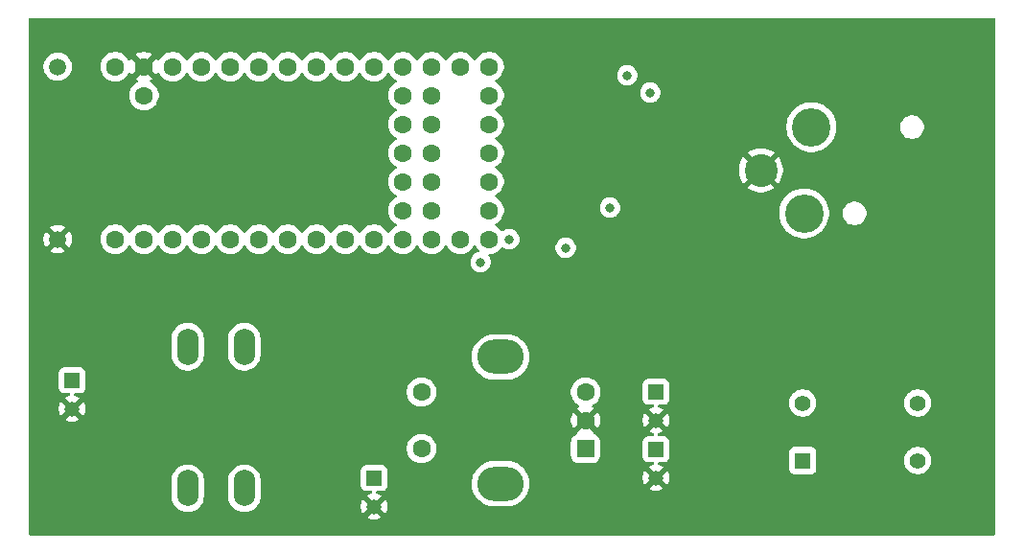
<source format=gbr>
%TF.GenerationSoftware,KiCad,Pcbnew,9.0.3*%
%TF.CreationDate,2025-08-09T15:05:22+10:00*%
%TF.ProjectId,soundrocket,736f756e-6472-46f6-936b-65742e6b6963,rev?*%
%TF.SameCoordinates,Original*%
%TF.FileFunction,Copper,L3,Inr*%
%TF.FilePolarity,Positive*%
%FSLAX46Y46*%
G04 Gerber Fmt 4.6, Leading zero omitted, Abs format (unit mm)*
G04 Created by KiCad (PCBNEW 9.0.3) date 2025-08-09 15:05:22*
%MOMM*%
%LPD*%
G01*
G04 APERTURE LIST*
G04 Aperture macros list*
%AMRoundRect*
0 Rectangle with rounded corners*
0 $1 Rounding radius*
0 $2 $3 $4 $5 $6 $7 $8 $9 X,Y pos of 4 corners*
0 Add a 4 corners polygon primitive as box body*
4,1,4,$2,$3,$4,$5,$6,$7,$8,$9,$2,$3,0*
0 Add four circle primitives for the rounded corners*
1,1,$1+$1,$2,$3*
1,1,$1+$1,$4,$5*
1,1,$1+$1,$6,$7*
1,1,$1+$1,$8,$9*
0 Add four rect primitives between the rounded corners*
20,1,$1+$1,$2,$3,$4,$5,0*
20,1,$1+$1,$4,$5,$6,$7,0*
20,1,$1+$1,$6,$7,$8,$9,0*
20,1,$1+$1,$8,$9,$2,$3,0*%
G04 Aperture macros list end*
%TA.AperFunction,ComponentPad*%
%ADD10R,1.318000X1.318000*%
%TD*%
%TA.AperFunction,ComponentPad*%
%ADD11C,1.318000*%
%TD*%
%TA.AperFunction,ComponentPad*%
%ADD12C,1.600000*%
%TD*%
%TA.AperFunction,ComponentPad*%
%ADD13RoundRect,0.250000X0.550000X0.550000X-0.550000X0.550000X-0.550000X-0.550000X0.550000X-0.550000X0*%
%TD*%
%TA.AperFunction,ComponentPad*%
%ADD14O,4.100000X3.000000*%
%TD*%
%TA.AperFunction,ComponentPad*%
%ADD15C,3.400000*%
%TD*%
%TA.AperFunction,ComponentPad*%
%ADD16C,2.900000*%
%TD*%
%TA.AperFunction,ComponentPad*%
%ADD17R,1.397000X1.397000*%
%TD*%
%TA.AperFunction,ComponentPad*%
%ADD18C,1.397000*%
%TD*%
%TA.AperFunction,ComponentPad*%
%ADD19C,1.500000*%
%TD*%
%TA.AperFunction,ComponentPad*%
%ADD20O,1.900000X3.200000*%
%TD*%
%TA.AperFunction,ViaPad*%
%ADD21C,0.800000*%
%TD*%
G04 APERTURE END LIST*
D10*
%TO.N,Net-(U1-5_IN2)*%
%TO.C,C2*%
X174752000Y-60960000D03*
D11*
%TO.N,GND*%
X174752000Y-63500000D03*
%TD*%
D12*
%TO.N,unconnected-(U1-GND-Pad1)*%
%TO.C,U1*%
X127000000Y-47498000D03*
%TO.N,Net-(U1-0_RX1_CRX2_CS1)*%
X129540000Y-47498000D03*
%TO.N,unconnected-(U1-1_TX1_CTX2_MISO1-Pad3)*%
X132080000Y-47498000D03*
%TO.N,Net-(U1-2_OUT2)*%
X134620000Y-47498000D03*
%TO.N,Net-(U1-3_LRCLK2)*%
X137160000Y-47498000D03*
%TO.N,unconnected-(U1-4_BCLK2-Pad6)*%
X139700000Y-47498000D03*
%TO.N,Net-(U1-5_IN2)*%
X142240000Y-47498000D03*
%TO.N,Net-(U1-6_OUT1D)*%
X144780000Y-47498000D03*
%TO.N,Net-(U1-7_RX2_OUT1A)*%
X147320000Y-47498000D03*
%TO.N,unconnected-(U1-8_TX2_IN1-Pad10)*%
X149860000Y-47498000D03*
%TO.N,unconnected-(U1-9_OUT1C-Pad11)*%
X152400000Y-47498000D03*
%TO.N,Net-(U1-10_CS_MQSR)*%
X154940000Y-47498000D03*
%TO.N,Net-(U1-11_MOSI_CTX1)*%
X157480000Y-47498000D03*
%TO.N,unconnected-(U1-12_MISO_MQSL-Pad14)*%
X160020000Y-47498000D03*
%TO.N,unconnected-(U1-VBAT-Pad15)*%
X160020000Y-44958000D03*
%TO.N,unconnected-(U1-3V3-Pad16)*%
X160020000Y-42418000D03*
%TO.N,unconnected-(U1-GND-Pad17)*%
X160020000Y-39878000D03*
%TO.N,unconnected-(U1-PROGRAM-Pad18)*%
X160020000Y-37338000D03*
%TO.N,unconnected-(U1-ON_OFF-Pad19)*%
X160020000Y-34798000D03*
%TO.N,unconnected-(U1-13_SCK_CRX1_LED-Pad20)*%
X160020000Y-32258000D03*
%TO.N,unconnected-(U1-14_A0_TX3_SPDIF_OUT-Pad21)*%
X157480000Y-32258000D03*
%TO.N,unconnected-(U1-15_A1_RX3_SPDIF_IN-Pad22)*%
X154940000Y-32258000D03*
%TO.N,unconnected-(U1-16_A2_RX4_SCL1-Pad23)*%
X152400000Y-32258000D03*
%TO.N,unconnected-(U1-17_A3_TX4_SDA1-Pad24)*%
X149860000Y-32258000D03*
%TO.N,unconnected-(U1-18_A4_SDA0-Pad25)*%
X147320000Y-32258000D03*
%TO.N,Net-(U1-19_A5_SCL0)*%
X144780000Y-32258000D03*
%TO.N,Net-(U1-20_A6_TX5_LRCLK1)*%
X142240000Y-32258000D03*
%TO.N,Net-(U1-21_A7_RX5_BCLK1)*%
X139700000Y-32258000D03*
%TO.N,unconnected-(U1-22_A8_CTX1-Pad29)*%
X137160000Y-32258000D03*
%TO.N,Net-(U1-23_A9_CRX1_MCLK1)*%
X134620000Y-32258000D03*
%TO.N,Net-(U2-V_IO)*%
X132080000Y-32258000D03*
%TO.N,GND*%
X129540000Y-32258000D03*
%TO.N,5V0*%
X127000000Y-32258000D03*
%TO.N,unconnected-(U1-VUSB-Pad34)*%
X129540000Y-34798000D03*
%TO.N,unconnected-(U1-24_A10_TX6_SCL2-Pad35)*%
X154940000Y-34798000D03*
%TO.N,unconnected-(U1-25_A11_RX6_SDA2-Pad36)*%
X152400000Y-34798000D03*
%TO.N,unconnected-(U1-26_A12_MOSI1-Pad37)*%
X154940000Y-37338000D03*
%TO.N,unconnected-(U1-27_A13_SCK1-Pad38)*%
X152400000Y-37338000D03*
%TO.N,unconnected-(U1-28_RX7-Pad39)*%
X154940000Y-39878000D03*
%TO.N,unconnected-(U1-29_TX7-Pad40)*%
X152400000Y-39878000D03*
%TO.N,unconnected-(U1-30_CRX3-Pad41)*%
X154940000Y-42418000D03*
%TO.N,unconnected-(U1-31_CTX3-Pad42)*%
X152400000Y-42418000D03*
%TO.N,unconnected-(U1-32_OUT1B-Pad43)*%
X154940000Y-44958000D03*
%TO.N,unconnected-(U1-33_MCLK2-Pad44)*%
X152400000Y-44958000D03*
%TD*%
D13*
%TO.N,Net-(U1-6_OUT1D)*%
%TO.C,SW2*%
X168540000Y-66000000D03*
D12*
%TO.N,Net-(U1-5_IN2)*%
X168540000Y-61000000D03*
%TO.N,GND*%
X168540000Y-63500000D03*
%TO.N,Net-(C4-Pad1)*%
X154040000Y-66000000D03*
%TO.N,Net-(U1-3_LRCLK2)*%
X154040000Y-61000000D03*
D14*
%TO.N,N/C*%
X161040000Y-69100000D03*
X161040000Y-57900000D03*
%TD*%
D10*
%TO.N,Net-(C4-Pad1)*%
%TO.C,C4*%
X149860000Y-68580000D03*
D11*
%TO.N,GND*%
X149860000Y-71120000D03*
%TD*%
D15*
%TO.N,/XLR-TX+*%
%TO.C,J1*%
X188468000Y-37592000D03*
%TO.N,/XLR-TX-*%
X187833000Y-45212000D03*
D16*
%TO.N,GND*%
X184018000Y-41402000D03*
%TD*%
D17*
%TO.N,/DIT4192-TX-*%
%TO.C,T1*%
X187706000Y-67056000D03*
D18*
%TO.N,/DIT4192-TX+*%
X187706000Y-61976000D03*
%TO.N,/XLR-TX-*%
X197866000Y-67056000D03*
%TO.N,/XLR-TX+*%
X197866000Y-61976000D03*
%TD*%
D19*
%TO.N,GND*%
%TO.C,GND*%
X121920000Y-47498000D03*
%TD*%
%TO.N,5V0*%
%TO.C,5V*%
X121920000Y-32258000D03*
%TD*%
D10*
%TO.N,Net-(U1-6_OUT1D)*%
%TO.C,C1*%
X174752000Y-66040000D03*
D11*
%TO.N,GND*%
X174752000Y-68580000D03*
%TD*%
D10*
%TO.N,Net-(C3-Pad1)*%
%TO.C,C3*%
X123190000Y-59944000D03*
D11*
%TO.N,GND*%
X123190000Y-62484000D03*
%TD*%
D20*
%TO.N,Net-(C3-Pad1)*%
%TO.C,SW1*%
X133390000Y-56996000D03*
%TO.N,Net-(U1-2_OUT2)*%
X138390000Y-56996000D03*
%TO.N,N/C*%
X133390000Y-69496000D03*
X138390000Y-69496000D03*
%TD*%
D21*
%TO.N,Net-(U1-7_RX2_OUT1A)*%
X161798000Y-47498000D03*
%TO.N,GND*%
X174790000Y-45250000D03*
X170180000Y-33020000D03*
X167640000Y-45212000D03*
%TO.N,Net-(U1-0_RX1_CRX2_CS1)*%
X166785001Y-48260000D03*
%TO.N,Net-(U1-10_CS_MQSR)*%
X159258000Y-49530000D03*
%TO.N,Net-(U1-19_A5_SCL0)*%
X174244000Y-34544000D03*
%TO.N,Net-(U1-23_A9_CRX1_MCLK1)*%
X172212000Y-33020000D03*
%TO.N,5V0*%
X170688000Y-44704000D03*
%TD*%
%TA.AperFunction,Conductor*%
%TO.N,GND*%
G36*
X204666539Y-27960185D02*
G01*
X204712294Y-28012989D01*
X204723500Y-28064500D01*
X204723500Y-73535500D01*
X204703815Y-73602539D01*
X204651011Y-73648294D01*
X204599500Y-73659500D01*
X119504500Y-73659500D01*
X119437461Y-73639815D01*
X119391706Y-73587011D01*
X119380500Y-73535500D01*
X119380500Y-68731837D01*
X131939500Y-68731837D01*
X131939500Y-70260162D01*
X131975215Y-70485660D01*
X132045770Y-70702803D01*
X132145251Y-70898043D01*
X132149421Y-70906228D01*
X132283621Y-71090937D01*
X132445063Y-71252379D01*
X132629772Y-71386579D01*
X132725884Y-71435550D01*
X132833196Y-71490229D01*
X132833198Y-71490229D01*
X132833201Y-71490231D01*
X132940209Y-71525000D01*
X133050339Y-71560784D01*
X133275838Y-71596500D01*
X133275843Y-71596500D01*
X133504162Y-71596500D01*
X133729660Y-71560784D01*
X133946799Y-71490231D01*
X134150228Y-71386579D01*
X134334937Y-71252379D01*
X134496379Y-71090937D01*
X134630579Y-70906228D01*
X134734231Y-70702799D01*
X134804784Y-70485660D01*
X134814889Y-70421860D01*
X134840500Y-70260162D01*
X134840500Y-68731837D01*
X136939500Y-68731837D01*
X136939500Y-70260162D01*
X136975215Y-70485660D01*
X137045770Y-70702803D01*
X137145251Y-70898043D01*
X137149421Y-70906228D01*
X137283621Y-71090937D01*
X137445063Y-71252379D01*
X137629772Y-71386579D01*
X137725884Y-71435550D01*
X137833196Y-71490229D01*
X137833198Y-71490229D01*
X137833201Y-71490231D01*
X137940209Y-71525000D01*
X138050339Y-71560784D01*
X138275838Y-71596500D01*
X138275843Y-71596500D01*
X138504162Y-71596500D01*
X138729660Y-71560784D01*
X138946799Y-71490231D01*
X139150228Y-71386579D01*
X139334937Y-71252379D01*
X139496379Y-71090937D01*
X139630579Y-70906228D01*
X139734231Y-70702799D01*
X139804784Y-70485660D01*
X139814889Y-70421860D01*
X139840500Y-70260162D01*
X139840500Y-68731837D01*
X139804784Y-68506339D01*
X139772049Y-68405592D01*
X139734231Y-68289201D01*
X139734229Y-68289198D01*
X139734229Y-68289196D01*
X139655710Y-68135095D01*
X139630579Y-68085772D01*
X139496379Y-67901063D01*
X139468451Y-67873135D01*
X148700500Y-67873135D01*
X148700500Y-69286870D01*
X148700501Y-69286876D01*
X148706908Y-69346483D01*
X148757202Y-69481328D01*
X148757206Y-69481335D01*
X148843452Y-69596544D01*
X148843455Y-69596547D01*
X148958664Y-69682793D01*
X148958671Y-69682797D01*
X149093517Y-69733091D01*
X149093516Y-69733091D01*
X149100444Y-69733835D01*
X149153127Y-69739500D01*
X149591713Y-69739499D01*
X149658750Y-69759183D01*
X149704505Y-69811987D01*
X149714449Y-69881146D01*
X149685424Y-69944702D01*
X149626646Y-69982476D01*
X149611112Y-69985972D01*
X149588596Y-69989538D01*
X149415095Y-70045913D01*
X149252554Y-70128732D01*
X149235022Y-70141468D01*
X149235022Y-70141469D01*
X149808554Y-70715000D01*
X149806681Y-70715000D01*
X149703676Y-70742600D01*
X149611324Y-70795919D01*
X149535919Y-70871324D01*
X149482600Y-70963676D01*
X149455000Y-71066681D01*
X149455000Y-71068553D01*
X148881469Y-70495022D01*
X148881468Y-70495022D01*
X148868732Y-70512554D01*
X148785913Y-70675095D01*
X148729538Y-70848599D01*
X148701000Y-71028779D01*
X148701000Y-71211220D01*
X148729538Y-71391400D01*
X148785913Y-71564906D01*
X148868734Y-71727447D01*
X148881468Y-71744976D01*
X148881469Y-71744976D01*
X149455000Y-71171445D01*
X149455000Y-71173319D01*
X149482600Y-71276324D01*
X149535919Y-71368676D01*
X149611324Y-71444081D01*
X149703676Y-71497400D01*
X149806681Y-71525000D01*
X149808553Y-71525000D01*
X149235022Y-72098529D01*
X149235022Y-72098530D01*
X149252551Y-72111265D01*
X149252553Y-72111266D01*
X149415095Y-72194086D01*
X149588599Y-72250461D01*
X149768780Y-72279000D01*
X149951220Y-72279000D01*
X150131400Y-72250461D01*
X150304904Y-72194086D01*
X150467447Y-72111265D01*
X150484976Y-72098530D01*
X150484976Y-72098529D01*
X149911448Y-71525000D01*
X149913319Y-71525000D01*
X150016324Y-71497400D01*
X150108676Y-71444081D01*
X150184081Y-71368676D01*
X150237400Y-71276324D01*
X150265000Y-71173319D01*
X150265000Y-71171447D01*
X150838529Y-71744976D01*
X150838530Y-71744976D01*
X150851265Y-71727447D01*
X150934086Y-71564904D01*
X150990461Y-71391400D01*
X151019000Y-71211220D01*
X151019000Y-71028779D01*
X150990461Y-70848599D01*
X150934086Y-70675095D01*
X150851266Y-70512553D01*
X150851265Y-70512551D01*
X150838529Y-70495022D01*
X150265000Y-71068551D01*
X150265000Y-71066681D01*
X150237400Y-70963676D01*
X150184081Y-70871324D01*
X150108676Y-70795919D01*
X150016324Y-70742600D01*
X149913319Y-70715000D01*
X149911447Y-70715000D01*
X150484976Y-70141469D01*
X150484976Y-70141468D01*
X150467447Y-70128734D01*
X150304906Y-70045913D01*
X150131401Y-69989538D01*
X150108887Y-69985972D01*
X150045752Y-69956042D01*
X150008822Y-69896730D01*
X150009820Y-69826868D01*
X150048431Y-69768635D01*
X150112395Y-69740521D01*
X150128281Y-69739499D01*
X150566872Y-69739499D01*
X150626483Y-69733091D01*
X150761331Y-69682796D01*
X150876546Y-69596546D01*
X150962796Y-69481331D01*
X151013091Y-69346483D01*
X151019500Y-69286873D01*
X151019500Y-68968872D01*
X158489500Y-68968872D01*
X158489500Y-69231127D01*
X158504688Y-69346482D01*
X158523730Y-69491116D01*
X158590284Y-69739499D01*
X158591602Y-69744418D01*
X158591605Y-69744428D01*
X158691953Y-69986690D01*
X158691958Y-69986700D01*
X158823075Y-70213803D01*
X158982718Y-70421851D01*
X158982726Y-70421860D01*
X159168140Y-70607274D01*
X159168148Y-70607281D01*
X159376196Y-70766924D01*
X159603299Y-70898041D01*
X159603309Y-70898046D01*
X159845571Y-70998394D01*
X159845581Y-70998398D01*
X160098884Y-71066270D01*
X160358880Y-71100500D01*
X160358887Y-71100500D01*
X161721113Y-71100500D01*
X161721120Y-71100500D01*
X161981116Y-71066270D01*
X162234419Y-70998398D01*
X162476697Y-70898043D01*
X162703803Y-70766924D01*
X162911851Y-70607282D01*
X162911855Y-70607277D01*
X162911860Y-70607274D01*
X163097274Y-70421860D01*
X163097277Y-70421855D01*
X163097282Y-70421851D01*
X163256924Y-70213803D01*
X163388043Y-69986697D01*
X163488398Y-69744419D01*
X163556270Y-69491116D01*
X163590500Y-69231120D01*
X163590500Y-68968880D01*
X163556270Y-68708884D01*
X163488398Y-68455581D01*
X163488394Y-68455571D01*
X163388046Y-68213309D01*
X163388041Y-68213299D01*
X163256924Y-67986196D01*
X163124420Y-67813516D01*
X163097282Y-67778149D01*
X163097281Y-67778148D01*
X163097274Y-67778140D01*
X162911860Y-67592726D01*
X162911851Y-67592718D01*
X162703803Y-67433075D01*
X162476700Y-67301958D01*
X162476690Y-67301953D01*
X162234428Y-67201605D01*
X162234421Y-67201603D01*
X162234419Y-67201602D01*
X161981116Y-67133730D01*
X161923339Y-67126123D01*
X161721127Y-67099500D01*
X161721120Y-67099500D01*
X160358880Y-67099500D01*
X160358872Y-67099500D01*
X160127772Y-67129926D01*
X160098884Y-67133730D01*
X159877345Y-67193091D01*
X159845581Y-67201602D01*
X159845571Y-67201605D01*
X159603309Y-67301953D01*
X159603299Y-67301958D01*
X159376196Y-67433075D01*
X159168148Y-67592718D01*
X158982718Y-67778148D01*
X158823075Y-67986196D01*
X158691958Y-68213299D01*
X158691953Y-68213309D01*
X158591605Y-68455571D01*
X158591602Y-68455581D01*
X158543978Y-68633319D01*
X158523730Y-68708885D01*
X158489500Y-68968872D01*
X151019500Y-68968872D01*
X151019499Y-68580000D01*
X151019499Y-67873129D01*
X151019498Y-67873123D01*
X151019497Y-67873116D01*
X151013091Y-67813517D01*
X151008938Y-67802383D01*
X150962797Y-67678671D01*
X150962793Y-67678664D01*
X150876547Y-67563455D01*
X150876544Y-67563452D01*
X150761335Y-67477206D01*
X150761328Y-67477202D01*
X150626482Y-67426908D01*
X150626483Y-67426908D01*
X150566883Y-67420501D01*
X150566881Y-67420500D01*
X150566873Y-67420500D01*
X150566864Y-67420500D01*
X149153129Y-67420500D01*
X149153123Y-67420501D01*
X149093516Y-67426908D01*
X148958671Y-67477202D01*
X148958664Y-67477206D01*
X148843455Y-67563452D01*
X148843452Y-67563455D01*
X148757206Y-67678664D01*
X148757202Y-67678671D01*
X148706908Y-67813517D01*
X148701698Y-67861982D01*
X148700501Y-67873123D01*
X148700500Y-67873135D01*
X139468451Y-67873135D01*
X139334937Y-67739621D01*
X139150228Y-67605421D01*
X139117474Y-67588732D01*
X138946803Y-67501770D01*
X138729660Y-67431215D01*
X138504162Y-67395500D01*
X138504157Y-67395500D01*
X138275843Y-67395500D01*
X138275838Y-67395500D01*
X138050339Y-67431215D01*
X137833196Y-67501770D01*
X137629771Y-67605421D01*
X137445061Y-67739622D01*
X137283622Y-67901061D01*
X137149421Y-68085771D01*
X137045770Y-68289196D01*
X136975215Y-68506339D01*
X136939500Y-68731837D01*
X134840500Y-68731837D01*
X134804784Y-68506339D01*
X134772049Y-68405592D01*
X134734231Y-68289201D01*
X134734229Y-68289198D01*
X134734229Y-68289196D01*
X134655710Y-68135095D01*
X134630579Y-68085772D01*
X134496379Y-67901063D01*
X134334937Y-67739621D01*
X134150228Y-67605421D01*
X134117474Y-67588732D01*
X133946803Y-67501770D01*
X133729660Y-67431215D01*
X133504162Y-67395500D01*
X133504157Y-67395500D01*
X133275843Y-67395500D01*
X133275838Y-67395500D01*
X133050339Y-67431215D01*
X132833196Y-67501770D01*
X132629771Y-67605421D01*
X132445061Y-67739622D01*
X132283622Y-67901061D01*
X132149421Y-68085771D01*
X132045770Y-68289196D01*
X131975215Y-68506339D01*
X131939500Y-68731837D01*
X119380500Y-68731837D01*
X119380500Y-65897648D01*
X152739500Y-65897648D01*
X152739500Y-66102351D01*
X152771522Y-66304534D01*
X152834781Y-66499223D01*
X152927715Y-66681613D01*
X153048028Y-66847213D01*
X153192786Y-66991971D01*
X153340790Y-67099500D01*
X153358390Y-67112287D01*
X153474607Y-67171503D01*
X153540776Y-67205218D01*
X153540778Y-67205218D01*
X153540781Y-67205220D01*
X153583755Y-67219183D01*
X153735465Y-67268477D01*
X153836557Y-67284488D01*
X153937648Y-67300500D01*
X153937649Y-67300500D01*
X154142351Y-67300500D01*
X154142352Y-67300500D01*
X154344534Y-67268477D01*
X154539219Y-67205220D01*
X154721610Y-67112287D01*
X154850482Y-67018657D01*
X154887213Y-66991971D01*
X154887215Y-66991968D01*
X154887219Y-66991966D01*
X155031966Y-66847219D01*
X155031968Y-66847215D01*
X155031971Y-66847213D01*
X155104873Y-66746870D01*
X155152287Y-66681610D01*
X155245220Y-66499219D01*
X155308477Y-66304534D01*
X155340500Y-66102352D01*
X155340500Y-65897648D01*
X155308477Y-65695466D01*
X155245220Y-65500781D01*
X155245218Y-65500778D01*
X155245218Y-65500776D01*
X155220940Y-65453129D01*
X155159800Y-65333135D01*
X155152287Y-65318390D01*
X155152285Y-65318387D01*
X155152284Y-65318385D01*
X155031971Y-65152786D01*
X154887213Y-65008028D01*
X154721613Y-64887715D01*
X154721612Y-64887714D01*
X154721610Y-64887713D01*
X154661898Y-64857288D01*
X154539223Y-64794781D01*
X154344534Y-64731522D01*
X154169995Y-64703878D01*
X154142352Y-64699500D01*
X153937648Y-64699500D01*
X153913329Y-64703351D01*
X153735465Y-64731522D01*
X153540776Y-64794781D01*
X153358386Y-64887715D01*
X153192786Y-65008028D01*
X153048028Y-65152786D01*
X152927715Y-65318386D01*
X152834781Y-65500776D01*
X152771522Y-65695465D01*
X152739500Y-65897648D01*
X119380500Y-65897648D01*
X119380500Y-59237135D01*
X122030500Y-59237135D01*
X122030500Y-60650870D01*
X122030501Y-60650876D01*
X122036908Y-60710483D01*
X122087202Y-60845328D01*
X122087206Y-60845335D01*
X122173452Y-60960544D01*
X122173455Y-60960547D01*
X122288664Y-61046793D01*
X122288671Y-61046797D01*
X122423517Y-61097091D01*
X122423516Y-61097091D01*
X122430444Y-61097835D01*
X122483127Y-61103500D01*
X122921713Y-61103499D01*
X122988750Y-61123183D01*
X123034505Y-61175987D01*
X123044449Y-61245146D01*
X123015424Y-61308702D01*
X122956646Y-61346476D01*
X122941112Y-61349972D01*
X122918596Y-61353538D01*
X122745095Y-61409913D01*
X122582554Y-61492732D01*
X122565022Y-61505468D01*
X122565022Y-61505469D01*
X123138554Y-62079000D01*
X123136681Y-62079000D01*
X123033676Y-62106600D01*
X122941324Y-62159919D01*
X122865919Y-62235324D01*
X122812600Y-62327676D01*
X122785000Y-62430681D01*
X122785000Y-62432553D01*
X122211469Y-61859022D01*
X122211468Y-61859022D01*
X122198732Y-61876554D01*
X122115913Y-62039095D01*
X122059538Y-62212599D01*
X122031000Y-62392779D01*
X122031000Y-62575220D01*
X122059538Y-62755400D01*
X122115913Y-62928906D01*
X122198734Y-63091447D01*
X122211468Y-63108976D01*
X122211469Y-63108976D01*
X122785000Y-62535445D01*
X122785000Y-62537319D01*
X122812600Y-62640324D01*
X122865919Y-62732676D01*
X122941324Y-62808081D01*
X123033676Y-62861400D01*
X123136681Y-62889000D01*
X123138553Y-62889000D01*
X122565022Y-63462529D01*
X122565022Y-63462530D01*
X122582551Y-63475265D01*
X122582553Y-63475266D01*
X122745095Y-63558086D01*
X122918599Y-63614461D01*
X123098780Y-63643000D01*
X123281220Y-63643000D01*
X123461400Y-63614461D01*
X123634904Y-63558086D01*
X123797447Y-63475265D01*
X123814976Y-63462530D01*
X123814976Y-63462529D01*
X123241448Y-62889000D01*
X123243319Y-62889000D01*
X123346324Y-62861400D01*
X123438676Y-62808081D01*
X123514081Y-62732676D01*
X123567400Y-62640324D01*
X123595000Y-62537319D01*
X123595000Y-62535447D01*
X124168529Y-63108976D01*
X124168530Y-63108976D01*
X124181265Y-63091447D01*
X124264086Y-62928904D01*
X124320461Y-62755400D01*
X124349000Y-62575220D01*
X124349000Y-62392779D01*
X124320461Y-62212599D01*
X124264086Y-62039095D01*
X124181266Y-61876553D01*
X124181265Y-61876551D01*
X124168529Y-61859022D01*
X123595000Y-62432551D01*
X123595000Y-62430681D01*
X123567400Y-62327676D01*
X123514081Y-62235324D01*
X123438676Y-62159919D01*
X123346324Y-62106600D01*
X123243319Y-62079000D01*
X123241447Y-62079000D01*
X123814976Y-61505469D01*
X123814976Y-61505468D01*
X123797447Y-61492734D01*
X123634906Y-61409913D01*
X123461401Y-61353538D01*
X123438887Y-61349972D01*
X123375752Y-61320042D01*
X123338822Y-61260730D01*
X123339820Y-61190868D01*
X123378431Y-61132635D01*
X123442395Y-61104521D01*
X123458281Y-61103499D01*
X123896872Y-61103499D01*
X123956483Y-61097091D01*
X124091331Y-61046796D01*
X124206546Y-60960546D01*
X124253631Y-60897648D01*
X152739500Y-60897648D01*
X152739500Y-61102351D01*
X152771522Y-61304534D01*
X152834781Y-61499223D01*
X152898691Y-61624653D01*
X152920209Y-61666883D01*
X152927715Y-61681613D01*
X153048028Y-61847213D01*
X153192786Y-61991971D01*
X153312574Y-62079000D01*
X153358390Y-62112287D01*
X153451873Y-62159919D01*
X153540776Y-62205218D01*
X153540778Y-62205218D01*
X153540781Y-62205220D01*
X153633432Y-62235324D01*
X153735465Y-62268477D01*
X153836557Y-62284488D01*
X153937648Y-62300500D01*
X153937649Y-62300500D01*
X154142351Y-62300500D01*
X154142352Y-62300500D01*
X154344534Y-62268477D01*
X154539219Y-62205220D01*
X154721610Y-62112287D01*
X154822351Y-62039095D01*
X154887213Y-61991971D01*
X154887215Y-61991968D01*
X154887219Y-61991966D01*
X155031966Y-61847219D01*
X155031968Y-61847215D01*
X155031971Y-61847213D01*
X155119685Y-61726483D01*
X155152287Y-61681610D01*
X155245220Y-61499219D01*
X155308477Y-61304534D01*
X155340500Y-61102352D01*
X155340500Y-60897648D01*
X167239500Y-60897648D01*
X167239500Y-61102351D01*
X167271522Y-61304534D01*
X167334781Y-61499223D01*
X167398691Y-61624653D01*
X167420209Y-61666883D01*
X167427715Y-61681613D01*
X167548028Y-61847213D01*
X167692786Y-61991971D01*
X167858385Y-62112284D01*
X167858387Y-62112285D01*
X167858390Y-62112287D01*
X167912378Y-62139795D01*
X167963174Y-62187769D01*
X167979969Y-62255590D01*
X167957432Y-62321725D01*
X167912378Y-62360765D01*
X167858644Y-62388143D01*
X167814077Y-62420523D01*
X167814077Y-62420524D01*
X168410591Y-63017037D01*
X168347007Y-63034075D01*
X168232993Y-63099901D01*
X168139901Y-63192993D01*
X168074075Y-63307007D01*
X168057037Y-63370590D01*
X167460524Y-62774077D01*
X167460523Y-62774077D01*
X167428143Y-62818644D01*
X167335244Y-63000968D01*
X167272009Y-63195582D01*
X167240000Y-63397682D01*
X167240000Y-63602317D01*
X167272009Y-63804417D01*
X167335244Y-63999031D01*
X167428141Y-64181350D01*
X167428147Y-64181359D01*
X167460523Y-64225921D01*
X167460524Y-64225922D01*
X168057037Y-63629409D01*
X168074075Y-63692993D01*
X168139901Y-63807007D01*
X168232993Y-63900099D01*
X168347007Y-63965925D01*
X168410590Y-63982962D01*
X167814076Y-64579474D01*
X167817052Y-64617282D01*
X167802687Y-64685659D01*
X167753636Y-64735415D01*
X167732440Y-64744715D01*
X167670672Y-64765184D01*
X167670663Y-64765187D01*
X167521342Y-64857289D01*
X167397289Y-64981342D01*
X167305187Y-65130663D01*
X167305185Y-65130668D01*
X167302534Y-65138669D01*
X167250001Y-65297203D01*
X167250001Y-65297204D01*
X167250000Y-65297204D01*
X167239500Y-65399983D01*
X167239500Y-66600001D01*
X167239501Y-66600018D01*
X167250000Y-66702796D01*
X167250001Y-66702799D01*
X167274004Y-66775233D01*
X167305186Y-66869334D01*
X167397288Y-67018656D01*
X167521344Y-67142712D01*
X167670666Y-67234814D01*
X167837203Y-67289999D01*
X167939991Y-67300500D01*
X169140008Y-67300499D01*
X169242797Y-67289999D01*
X169409334Y-67234814D01*
X169558656Y-67142712D01*
X169682712Y-67018656D01*
X169774814Y-66869334D01*
X169829999Y-66702797D01*
X169840500Y-66600009D01*
X169840499Y-65399992D01*
X169833669Y-65333135D01*
X169832163Y-65318386D01*
X169829999Y-65297203D01*
X169774814Y-65130666D01*
X169682712Y-64981344D01*
X169558656Y-64857288D01*
X169457314Y-64794780D01*
X169409336Y-64765187D01*
X169409335Y-64765186D01*
X169409334Y-64765186D01*
X169347558Y-64744715D01*
X169290115Y-64704943D01*
X169263292Y-64640427D01*
X169262946Y-64617280D01*
X169265921Y-64579473D01*
X168669409Y-63982962D01*
X168732993Y-63965925D01*
X168847007Y-63900099D01*
X168940099Y-63807007D01*
X169005925Y-63692993D01*
X169022962Y-63629410D01*
X169619474Y-64225922D01*
X169619474Y-64225921D01*
X169651859Y-64181349D01*
X169744755Y-63999031D01*
X169807990Y-63804417D01*
X169840000Y-63602317D01*
X169840000Y-63397682D01*
X169807990Y-63195582D01*
X169744755Y-63000968D01*
X169651859Y-62818650D01*
X169619474Y-62774077D01*
X169619474Y-62774076D01*
X169022962Y-63370589D01*
X169005925Y-63307007D01*
X168940099Y-63192993D01*
X168847007Y-63099901D01*
X168732993Y-63034075D01*
X168669408Y-63017037D01*
X169265922Y-62420524D01*
X169265921Y-62420523D01*
X169221359Y-62388147D01*
X169221350Y-62388141D01*
X169167621Y-62360765D01*
X169116825Y-62312791D01*
X169100030Y-62244970D01*
X169122567Y-62178835D01*
X169167621Y-62139795D01*
X169221610Y-62112287D01*
X169322351Y-62039095D01*
X169387213Y-61991971D01*
X169387215Y-61991968D01*
X169387219Y-61991966D01*
X169531966Y-61847219D01*
X169531968Y-61847215D01*
X169531971Y-61847213D01*
X169619685Y-61726483D01*
X169652287Y-61681610D01*
X169745220Y-61499219D01*
X169808477Y-61304534D01*
X169840500Y-61102352D01*
X169840500Y-60897648D01*
X169821391Y-60777000D01*
X169808477Y-60695465D01*
X169745218Y-60500776D01*
X169652287Y-60318390D01*
X169652281Y-60318381D01*
X169604878Y-60253135D01*
X173592500Y-60253135D01*
X173592500Y-61666870D01*
X173592501Y-61666876D01*
X173598908Y-61726483D01*
X173649202Y-61861328D01*
X173649206Y-61861335D01*
X173735452Y-61976544D01*
X173735455Y-61976547D01*
X173850664Y-62062793D01*
X173850671Y-62062797D01*
X173985517Y-62113091D01*
X173985516Y-62113091D01*
X173992444Y-62113835D01*
X174045127Y-62119500D01*
X174483713Y-62119499D01*
X174550750Y-62139183D01*
X174596505Y-62191987D01*
X174606449Y-62261146D01*
X174577424Y-62324702D01*
X174518646Y-62362476D01*
X174503112Y-62365972D01*
X174480596Y-62369538D01*
X174307095Y-62425913D01*
X174144554Y-62508732D01*
X174127022Y-62521468D01*
X174127022Y-62521469D01*
X174700554Y-63095000D01*
X174698681Y-63095000D01*
X174595676Y-63122600D01*
X174503324Y-63175919D01*
X174427919Y-63251324D01*
X174374600Y-63343676D01*
X174347000Y-63446681D01*
X174347000Y-63448553D01*
X173773469Y-62875022D01*
X173773468Y-62875022D01*
X173760732Y-62892554D01*
X173677913Y-63055095D01*
X173621538Y-63228599D01*
X173593000Y-63408779D01*
X173593000Y-63591220D01*
X173621538Y-63771400D01*
X173677913Y-63944906D01*
X173760734Y-64107447D01*
X173773468Y-64124976D01*
X173773469Y-64124976D01*
X174347000Y-63551445D01*
X174347000Y-63553319D01*
X174374600Y-63656324D01*
X174427919Y-63748676D01*
X174503324Y-63824081D01*
X174595676Y-63877400D01*
X174698681Y-63905000D01*
X174700553Y-63905000D01*
X174127022Y-64478529D01*
X174127022Y-64478530D01*
X174144551Y-64491265D01*
X174144553Y-64491266D01*
X174307095Y-64574086D01*
X174480594Y-64630460D01*
X174503109Y-64634026D01*
X174566244Y-64663955D01*
X174603176Y-64723265D01*
X174602180Y-64793128D01*
X174563571Y-64851361D01*
X174499608Y-64879477D01*
X174483713Y-64880500D01*
X174045129Y-64880500D01*
X174045123Y-64880501D01*
X173985516Y-64886908D01*
X173850671Y-64937202D01*
X173850664Y-64937206D01*
X173735455Y-65023452D01*
X173735452Y-65023455D01*
X173649206Y-65138664D01*
X173649202Y-65138671D01*
X173598908Y-65273517D01*
X173596362Y-65297202D01*
X173592501Y-65333123D01*
X173592500Y-65333135D01*
X173592500Y-66746870D01*
X173592501Y-66746876D01*
X173598908Y-66806483D01*
X173649202Y-66941328D01*
X173649206Y-66941335D01*
X173735452Y-67056544D01*
X173735455Y-67056547D01*
X173850664Y-67142793D01*
X173850671Y-67142797D01*
X173985517Y-67193091D01*
X173985516Y-67193091D01*
X173992444Y-67193835D01*
X174045127Y-67199500D01*
X174483713Y-67199499D01*
X174550750Y-67219183D01*
X174596505Y-67271987D01*
X174606449Y-67341146D01*
X174577424Y-67404702D01*
X174518646Y-67442476D01*
X174503112Y-67445972D01*
X174480596Y-67449538D01*
X174307095Y-67505913D01*
X174144554Y-67588732D01*
X174127022Y-67601468D01*
X174127022Y-67601469D01*
X174700554Y-68175000D01*
X174698681Y-68175000D01*
X174595676Y-68202600D01*
X174503324Y-68255919D01*
X174427919Y-68331324D01*
X174374600Y-68423676D01*
X174347000Y-68526681D01*
X174347000Y-68528553D01*
X173773469Y-67955022D01*
X173773468Y-67955022D01*
X173760732Y-67972554D01*
X173677913Y-68135095D01*
X173621538Y-68308599D01*
X173593000Y-68488779D01*
X173593000Y-68671220D01*
X173621538Y-68851400D01*
X173677913Y-69024906D01*
X173760734Y-69187447D01*
X173773468Y-69204976D01*
X173773469Y-69204976D01*
X174347000Y-68631445D01*
X174347000Y-68633319D01*
X174374600Y-68736324D01*
X174427919Y-68828676D01*
X174503324Y-68904081D01*
X174595676Y-68957400D01*
X174698681Y-68985000D01*
X174700553Y-68985000D01*
X174127022Y-69558529D01*
X174127022Y-69558530D01*
X174144551Y-69571265D01*
X174144553Y-69571266D01*
X174307095Y-69654086D01*
X174480599Y-69710461D01*
X174660780Y-69739000D01*
X174843220Y-69739000D01*
X175023400Y-69710461D01*
X175196904Y-69654086D01*
X175359447Y-69571265D01*
X175376976Y-69558530D01*
X175376976Y-69558529D01*
X174803448Y-68985000D01*
X174805319Y-68985000D01*
X174908324Y-68957400D01*
X175000676Y-68904081D01*
X175076081Y-68828676D01*
X175129400Y-68736324D01*
X175157000Y-68633319D01*
X175157000Y-68631447D01*
X175730529Y-69204976D01*
X175730530Y-69204976D01*
X175743265Y-69187447D01*
X175826086Y-69024904D01*
X175882461Y-68851400D01*
X175911000Y-68671220D01*
X175911000Y-68488779D01*
X175882461Y-68308599D01*
X175826086Y-68135095D01*
X175743266Y-67972553D01*
X175743265Y-67972551D01*
X175730529Y-67955022D01*
X175157000Y-68528551D01*
X175157000Y-68526681D01*
X175129400Y-68423676D01*
X175076081Y-68331324D01*
X175000676Y-68255919D01*
X174908324Y-68202600D01*
X174805319Y-68175000D01*
X174803447Y-68175000D01*
X175376976Y-67601469D01*
X175376976Y-67601468D01*
X175359447Y-67588734D01*
X175196906Y-67505913D01*
X175023401Y-67449538D01*
X175000887Y-67445972D01*
X174937752Y-67416042D01*
X174900822Y-67356730D01*
X174901820Y-67286868D01*
X174940431Y-67228635D01*
X175004395Y-67200521D01*
X175020281Y-67199499D01*
X175458872Y-67199499D01*
X175518483Y-67193091D01*
X175653331Y-67142796D01*
X175768546Y-67056546D01*
X175854796Y-66941331D01*
X175905091Y-66806483D01*
X175911500Y-66746873D01*
X175911499Y-66309635D01*
X186507000Y-66309635D01*
X186507000Y-67802370D01*
X186507001Y-67802376D01*
X186513408Y-67861983D01*
X186563702Y-67996828D01*
X186563706Y-67996835D01*
X186649952Y-68112044D01*
X186649955Y-68112047D01*
X186765164Y-68198293D01*
X186765171Y-68198297D01*
X186900017Y-68248591D01*
X186900016Y-68248591D01*
X186906944Y-68249335D01*
X186959627Y-68255000D01*
X188452372Y-68254999D01*
X188511983Y-68248591D01*
X188646831Y-68198296D01*
X188762046Y-68112046D01*
X188848296Y-67996831D01*
X188898591Y-67861983D01*
X188905000Y-67802373D01*
X188904999Y-66961631D01*
X196667000Y-66961631D01*
X196667000Y-67150368D01*
X196696522Y-67336763D01*
X196696523Y-67336767D01*
X196751482Y-67505913D01*
X196754844Y-67516258D01*
X196778892Y-67563455D01*
X196840523Y-67684413D01*
X196951454Y-67837096D01*
X197084904Y-67970546D01*
X197237587Y-68081477D01*
X197405744Y-68167157D01*
X197585233Y-68225477D01*
X197655134Y-68236548D01*
X197771632Y-68255000D01*
X197771637Y-68255000D01*
X197960368Y-68255000D01*
X198063920Y-68238598D01*
X198146767Y-68225477D01*
X198326256Y-68167157D01*
X198494413Y-68081477D01*
X198647096Y-67970546D01*
X198780546Y-67837096D01*
X198891477Y-67684413D01*
X198977157Y-67516256D01*
X199035477Y-67336767D01*
X199048598Y-67253920D01*
X199065000Y-67150368D01*
X199065000Y-66961631D01*
X199035477Y-66775236D01*
X199035477Y-66775233D01*
X198977157Y-66595744D01*
X198891477Y-66427587D01*
X198780546Y-66274904D01*
X198647096Y-66141454D01*
X198494413Y-66030523D01*
X198326256Y-65944843D01*
X198146767Y-65886523D01*
X198146765Y-65886522D01*
X198146763Y-65886522D01*
X197960368Y-65857000D01*
X197960363Y-65857000D01*
X197771637Y-65857000D01*
X197771632Y-65857000D01*
X197585236Y-65886522D01*
X197405741Y-65944844D01*
X197237586Y-66030523D01*
X197150475Y-66093813D01*
X197084904Y-66141454D01*
X197084902Y-66141456D01*
X197084901Y-66141456D01*
X196951456Y-66274901D01*
X196951456Y-66274902D01*
X196951454Y-66274904D01*
X196903813Y-66340475D01*
X196840523Y-66427586D01*
X196754844Y-66595741D01*
X196696522Y-66775236D01*
X196667000Y-66961631D01*
X188904999Y-66961631D01*
X188904999Y-66309628D01*
X188898591Y-66250017D01*
X188858100Y-66141456D01*
X188848297Y-66115171D01*
X188848293Y-66115164D01*
X188762047Y-65999955D01*
X188762044Y-65999952D01*
X188646835Y-65913706D01*
X188646828Y-65913702D01*
X188511982Y-65863408D01*
X188511983Y-65863408D01*
X188452383Y-65857001D01*
X188452381Y-65857000D01*
X188452373Y-65857000D01*
X188452364Y-65857000D01*
X186959629Y-65857000D01*
X186959623Y-65857001D01*
X186900016Y-65863408D01*
X186765171Y-65913702D01*
X186765164Y-65913706D01*
X186649955Y-65999952D01*
X186649952Y-65999955D01*
X186563706Y-66115164D01*
X186563702Y-66115171D01*
X186513408Y-66250017D01*
X186507357Y-66306305D01*
X186507001Y-66309623D01*
X186507000Y-66309635D01*
X175911499Y-66309635D01*
X175911499Y-66030523D01*
X175911499Y-65333129D01*
X175911498Y-65333123D01*
X175911497Y-65333116D01*
X175905091Y-65273517D01*
X175860061Y-65152786D01*
X175854797Y-65138671D01*
X175854793Y-65138664D01*
X175768547Y-65023455D01*
X175768544Y-65023452D01*
X175653335Y-64937206D01*
X175653328Y-64937202D01*
X175518482Y-64886908D01*
X175518483Y-64886908D01*
X175458883Y-64880501D01*
X175458881Y-64880500D01*
X175458873Y-64880500D01*
X175458865Y-64880500D01*
X175020288Y-64880500D01*
X174953249Y-64860815D01*
X174907494Y-64808011D01*
X174897550Y-64738853D01*
X174926575Y-64675297D01*
X174985353Y-64637523D01*
X175000892Y-64634026D01*
X175023405Y-64630460D01*
X175196904Y-64574086D01*
X175359447Y-64491265D01*
X175376976Y-64478530D01*
X175376976Y-64478529D01*
X174803448Y-63905000D01*
X174805319Y-63905000D01*
X174908324Y-63877400D01*
X175000676Y-63824081D01*
X175076081Y-63748676D01*
X175129400Y-63656324D01*
X175157000Y-63553319D01*
X175157000Y-63551447D01*
X175730529Y-64124976D01*
X175730530Y-64124976D01*
X175743265Y-64107447D01*
X175826086Y-63944904D01*
X175882461Y-63771400D01*
X175911000Y-63591220D01*
X175911000Y-63408779D01*
X175882461Y-63228599D01*
X175826086Y-63055095D01*
X175743266Y-62892553D01*
X175743265Y-62892551D01*
X175730529Y-62875022D01*
X175157000Y-63448551D01*
X175157000Y-63446681D01*
X175129400Y-63343676D01*
X175076081Y-63251324D01*
X175000676Y-63175919D01*
X174908324Y-63122600D01*
X174805319Y-63095000D01*
X174803447Y-63095000D01*
X175376976Y-62521469D01*
X175376976Y-62521468D01*
X175359447Y-62508734D01*
X175196906Y-62425913D01*
X175023401Y-62369538D01*
X175000887Y-62365972D01*
X174937752Y-62336042D01*
X174900822Y-62276730D01*
X174901820Y-62206868D01*
X174940431Y-62148635D01*
X175004395Y-62120521D01*
X175020281Y-62119499D01*
X175458872Y-62119499D01*
X175518483Y-62113091D01*
X175653331Y-62062796D01*
X175768546Y-61976546D01*
X175839599Y-61881631D01*
X186507000Y-61881631D01*
X186507000Y-62070368D01*
X186536522Y-62256763D01*
X186536523Y-62256767D01*
X186594843Y-62436256D01*
X186680523Y-62604413D01*
X186791454Y-62757096D01*
X186924904Y-62890546D01*
X187077587Y-63001477D01*
X187245744Y-63087157D01*
X187425233Y-63145477D01*
X187495134Y-63156548D01*
X187611632Y-63175000D01*
X187611637Y-63175000D01*
X187800368Y-63175000D01*
X187903920Y-63158598D01*
X187986767Y-63145477D01*
X188166256Y-63087157D01*
X188334413Y-63001477D01*
X188487096Y-62890546D01*
X188620546Y-62757096D01*
X188731477Y-62604413D01*
X188817157Y-62436256D01*
X188875477Y-62256767D01*
X188898360Y-62112287D01*
X188905000Y-62070368D01*
X188905000Y-61881631D01*
X196667000Y-61881631D01*
X196667000Y-62070368D01*
X196696522Y-62256763D01*
X196696523Y-62256767D01*
X196754843Y-62436256D01*
X196840523Y-62604413D01*
X196951454Y-62757096D01*
X197084904Y-62890546D01*
X197237587Y-63001477D01*
X197405744Y-63087157D01*
X197585233Y-63145477D01*
X197655134Y-63156548D01*
X197771632Y-63175000D01*
X197771637Y-63175000D01*
X197960368Y-63175000D01*
X198063920Y-63158598D01*
X198146767Y-63145477D01*
X198326256Y-63087157D01*
X198494413Y-63001477D01*
X198647096Y-62890546D01*
X198780546Y-62757096D01*
X198891477Y-62604413D01*
X198977157Y-62436256D01*
X199035477Y-62256767D01*
X199058360Y-62112287D01*
X199065000Y-62070368D01*
X199065000Y-61881631D01*
X199035477Y-61695236D01*
X199035477Y-61695233D01*
X198977157Y-61515744D01*
X198891477Y-61347587D01*
X198780546Y-61194904D01*
X198647096Y-61061454D01*
X198494413Y-60950523D01*
X198326256Y-60864843D01*
X198146767Y-60806523D01*
X198146765Y-60806522D01*
X198146763Y-60806522D01*
X197960368Y-60777000D01*
X197960363Y-60777000D01*
X197771637Y-60777000D01*
X197771632Y-60777000D01*
X197585236Y-60806522D01*
X197585233Y-60806523D01*
X197465805Y-60845328D01*
X197405741Y-60864844D01*
X197237586Y-60950523D01*
X197150475Y-61013813D01*
X197084904Y-61061454D01*
X197084902Y-61061456D01*
X197084901Y-61061456D01*
X196951456Y-61194901D01*
X196951456Y-61194902D01*
X196951454Y-61194904D01*
X196914951Y-61245146D01*
X196840523Y-61347586D01*
X196754844Y-61515741D01*
X196696522Y-61695236D01*
X196667000Y-61881631D01*
X188905000Y-61881631D01*
X188875477Y-61695236D01*
X188875477Y-61695233D01*
X188817157Y-61515744D01*
X188731477Y-61347587D01*
X188620546Y-61194904D01*
X188487096Y-61061454D01*
X188334413Y-60950523D01*
X188166256Y-60864843D01*
X187986767Y-60806523D01*
X187986765Y-60806522D01*
X187986763Y-60806522D01*
X187800368Y-60777000D01*
X187800363Y-60777000D01*
X187611637Y-60777000D01*
X187611632Y-60777000D01*
X187425236Y-60806522D01*
X187425233Y-60806523D01*
X187305805Y-60845328D01*
X187245741Y-60864844D01*
X187077586Y-60950523D01*
X186990475Y-61013813D01*
X186924904Y-61061454D01*
X186924902Y-61061456D01*
X186924901Y-61061456D01*
X186791456Y-61194901D01*
X186791456Y-61194902D01*
X186791454Y-61194904D01*
X186754951Y-61245146D01*
X186680523Y-61347586D01*
X186594844Y-61515741D01*
X186536522Y-61695236D01*
X186507000Y-61881631D01*
X175839599Y-61881631D01*
X175854796Y-61861331D01*
X175857399Y-61854350D01*
X175865202Y-61833432D01*
X175905091Y-61726482D01*
X175911500Y-61666873D01*
X175911499Y-60253128D01*
X175905091Y-60193517D01*
X175889899Y-60152786D01*
X175854797Y-60058671D01*
X175854793Y-60058664D01*
X175768547Y-59943455D01*
X175768544Y-59943452D01*
X175653335Y-59857206D01*
X175653328Y-59857202D01*
X175518482Y-59806908D01*
X175518483Y-59806908D01*
X175458883Y-59800501D01*
X175458881Y-59800500D01*
X175458873Y-59800500D01*
X175458864Y-59800500D01*
X174045129Y-59800500D01*
X174045123Y-59800501D01*
X173985516Y-59806908D01*
X173850671Y-59857202D01*
X173850664Y-59857206D01*
X173735455Y-59943452D01*
X173735452Y-59943455D01*
X173649206Y-60058664D01*
X173649202Y-60058671D01*
X173598908Y-60193517D01*
X173592501Y-60253116D01*
X173592501Y-60253123D01*
X173592500Y-60253135D01*
X169604878Y-60253135D01*
X169531971Y-60152786D01*
X169387213Y-60008028D01*
X169221613Y-59887715D01*
X169221612Y-59887714D01*
X169221610Y-59887713D01*
X169161729Y-59857202D01*
X169039223Y-59794781D01*
X168844534Y-59731522D01*
X168669995Y-59703878D01*
X168642352Y-59699500D01*
X168437648Y-59699500D01*
X168413329Y-59703351D01*
X168235465Y-59731522D01*
X168040776Y-59794781D01*
X167858386Y-59887715D01*
X167692786Y-60008028D01*
X167548028Y-60152786D01*
X167427715Y-60318386D01*
X167334781Y-60500776D01*
X167271522Y-60695465D01*
X167239500Y-60897648D01*
X155340500Y-60897648D01*
X155321391Y-60777000D01*
X155308477Y-60695465D01*
X155245218Y-60500776D01*
X155211503Y-60434607D01*
X155152287Y-60318390D01*
X155104877Y-60253135D01*
X155031971Y-60152786D01*
X154887213Y-60008028D01*
X154721613Y-59887715D01*
X154721612Y-59887714D01*
X154721610Y-59887713D01*
X154661729Y-59857202D01*
X154539223Y-59794781D01*
X154344534Y-59731522D01*
X154169995Y-59703878D01*
X154142352Y-59699500D01*
X153937648Y-59699500D01*
X153913329Y-59703351D01*
X153735465Y-59731522D01*
X153540776Y-59794781D01*
X153358386Y-59887715D01*
X153192786Y-60008028D01*
X153048028Y-60152786D01*
X152927715Y-60318386D01*
X152834781Y-60500776D01*
X152771522Y-60695465D01*
X152739500Y-60897648D01*
X124253631Y-60897648D01*
X124292796Y-60845331D01*
X124343091Y-60710483D01*
X124349500Y-60650873D01*
X124349499Y-59237128D01*
X124343091Y-59177517D01*
X124299552Y-59060784D01*
X124292797Y-59042671D01*
X124292793Y-59042664D01*
X124206547Y-58927455D01*
X124206544Y-58927452D01*
X124091335Y-58841206D01*
X124091328Y-58841202D01*
X123956482Y-58790908D01*
X123956483Y-58790908D01*
X123896883Y-58784501D01*
X123896881Y-58784500D01*
X123896873Y-58784500D01*
X123896864Y-58784500D01*
X122483129Y-58784500D01*
X122483123Y-58784501D01*
X122423516Y-58790908D01*
X122288671Y-58841202D01*
X122288664Y-58841206D01*
X122173455Y-58927452D01*
X122173452Y-58927455D01*
X122087206Y-59042664D01*
X122087202Y-59042671D01*
X122036908Y-59177517D01*
X122032142Y-59221851D01*
X122030501Y-59237123D01*
X122030500Y-59237135D01*
X119380500Y-59237135D01*
X119380500Y-56231837D01*
X131939500Y-56231837D01*
X131939500Y-57760162D01*
X131975215Y-57985660D01*
X132045770Y-58202803D01*
X132149421Y-58406228D01*
X132283621Y-58590937D01*
X132445063Y-58752379D01*
X132629772Y-58886579D01*
X132709990Y-58927452D01*
X132833196Y-58990229D01*
X132833198Y-58990229D01*
X132833201Y-58990231D01*
X132905748Y-59013803D01*
X133050339Y-59060784D01*
X133275838Y-59096500D01*
X133275843Y-59096500D01*
X133504162Y-59096500D01*
X133729660Y-59060784D01*
X133946799Y-58990231D01*
X134150228Y-58886579D01*
X134334937Y-58752379D01*
X134496379Y-58590937D01*
X134630579Y-58406228D01*
X134734231Y-58202799D01*
X134804784Y-57985660D01*
X134840500Y-57760162D01*
X134840500Y-56231837D01*
X136939500Y-56231837D01*
X136939500Y-57760162D01*
X136975215Y-57985660D01*
X137045770Y-58202803D01*
X137149421Y-58406228D01*
X137283621Y-58590937D01*
X137445063Y-58752379D01*
X137629772Y-58886579D01*
X137709990Y-58927452D01*
X137833196Y-58990229D01*
X137833198Y-58990229D01*
X137833201Y-58990231D01*
X137905748Y-59013803D01*
X138050339Y-59060784D01*
X138275838Y-59096500D01*
X138275843Y-59096500D01*
X138504162Y-59096500D01*
X138729660Y-59060784D01*
X138946799Y-58990231D01*
X139150228Y-58886579D01*
X139334937Y-58752379D01*
X139496379Y-58590937D01*
X139630579Y-58406228D01*
X139734231Y-58202799D01*
X139804784Y-57985660D01*
X139839120Y-57768872D01*
X158489500Y-57768872D01*
X158489500Y-58031127D01*
X158512103Y-58202803D01*
X158523730Y-58291116D01*
X158554574Y-58406228D01*
X158591602Y-58544418D01*
X158591605Y-58544428D01*
X158691953Y-58786690D01*
X158691958Y-58786700D01*
X158823075Y-59013803D01*
X158982718Y-59221851D01*
X158982726Y-59221860D01*
X159168140Y-59407274D01*
X159168148Y-59407281D01*
X159376196Y-59566924D01*
X159603299Y-59698041D01*
X159603309Y-59698046D01*
X159845571Y-59798394D01*
X159845581Y-59798398D01*
X160098884Y-59866270D01*
X160358880Y-59900500D01*
X160358887Y-59900500D01*
X161721113Y-59900500D01*
X161721120Y-59900500D01*
X161981116Y-59866270D01*
X162234419Y-59798398D01*
X162411340Y-59725114D01*
X162476690Y-59698046D01*
X162476691Y-59698045D01*
X162476697Y-59698043D01*
X162703803Y-59566924D01*
X162911851Y-59407282D01*
X162911855Y-59407277D01*
X162911860Y-59407274D01*
X163097274Y-59221860D01*
X163097277Y-59221855D01*
X163097282Y-59221851D01*
X163256924Y-59013803D01*
X163388043Y-58786697D01*
X163488398Y-58544419D01*
X163556270Y-58291116D01*
X163590500Y-58031120D01*
X163590500Y-57768880D01*
X163556270Y-57508884D01*
X163488398Y-57255581D01*
X163488394Y-57255571D01*
X163388046Y-57013309D01*
X163388041Y-57013299D01*
X163256924Y-56786196D01*
X163097281Y-56578148D01*
X163097274Y-56578140D01*
X162911860Y-56392726D01*
X162911851Y-56392718D01*
X162703803Y-56233075D01*
X162476700Y-56101958D01*
X162476690Y-56101953D01*
X162234428Y-56001605D01*
X162234421Y-56001603D01*
X162234419Y-56001602D01*
X161981116Y-55933730D01*
X161923339Y-55926123D01*
X161721127Y-55899500D01*
X161721120Y-55899500D01*
X160358880Y-55899500D01*
X160358872Y-55899500D01*
X160127772Y-55929926D01*
X160098884Y-55933730D01*
X159845581Y-56001602D01*
X159845571Y-56001605D01*
X159603309Y-56101953D01*
X159603299Y-56101958D01*
X159376196Y-56233075D01*
X159168148Y-56392718D01*
X158982718Y-56578148D01*
X158823075Y-56786196D01*
X158691958Y-57013299D01*
X158691953Y-57013309D01*
X158591605Y-57255571D01*
X158591602Y-57255581D01*
X158523730Y-57508885D01*
X158489500Y-57768872D01*
X139839120Y-57768872D01*
X139840500Y-57760162D01*
X139840500Y-56231837D01*
X139804784Y-56006339D01*
X139734229Y-55789196D01*
X139630578Y-55585771D01*
X139496379Y-55401063D01*
X139334937Y-55239621D01*
X139150228Y-55105421D01*
X138946803Y-55001770D01*
X138729660Y-54931215D01*
X138504162Y-54895500D01*
X138504157Y-54895500D01*
X138275843Y-54895500D01*
X138275838Y-54895500D01*
X138050339Y-54931215D01*
X137833196Y-55001770D01*
X137629771Y-55105421D01*
X137445061Y-55239622D01*
X137283622Y-55401061D01*
X137149421Y-55585771D01*
X137045770Y-55789196D01*
X136975215Y-56006339D01*
X136939500Y-56231837D01*
X134840500Y-56231837D01*
X134804784Y-56006339D01*
X134734229Y-55789196D01*
X134630578Y-55585771D01*
X134496379Y-55401063D01*
X134334937Y-55239621D01*
X134150228Y-55105421D01*
X133946803Y-55001770D01*
X133729660Y-54931215D01*
X133504162Y-54895500D01*
X133504157Y-54895500D01*
X133275843Y-54895500D01*
X133275838Y-54895500D01*
X133050339Y-54931215D01*
X132833196Y-55001770D01*
X132629771Y-55105421D01*
X132445061Y-55239622D01*
X132283622Y-55401061D01*
X132149421Y-55585771D01*
X132045770Y-55789196D01*
X131975215Y-56006339D01*
X131939500Y-56231837D01*
X119380500Y-56231837D01*
X119380500Y-48541677D01*
X121229873Y-48541677D01*
X121229873Y-48541678D01*
X121264858Y-48567096D01*
X121440164Y-48656418D01*
X121627294Y-48717221D01*
X121821618Y-48748000D01*
X122018382Y-48748000D01*
X122212705Y-48717221D01*
X122399835Y-48656418D01*
X122575143Y-48567095D01*
X122610125Y-48541678D01*
X122610126Y-48541678D01*
X121920001Y-47851553D01*
X121920000Y-47851553D01*
X121229873Y-48541677D01*
X119380500Y-48541677D01*
X119380500Y-47399617D01*
X120670000Y-47399617D01*
X120670000Y-47596382D01*
X120700778Y-47790705D01*
X120761581Y-47977835D01*
X120850905Y-48153145D01*
X120876319Y-48188125D01*
X120876320Y-48188125D01*
X121566446Y-47498000D01*
X121566446Y-47497999D01*
X121520369Y-47451922D01*
X121570000Y-47451922D01*
X121570000Y-47544078D01*
X121593852Y-47633095D01*
X121639930Y-47712905D01*
X121705095Y-47778070D01*
X121784905Y-47824148D01*
X121873922Y-47848000D01*
X121966078Y-47848000D01*
X122055095Y-47824148D01*
X122134905Y-47778070D01*
X122200070Y-47712905D01*
X122246148Y-47633095D01*
X122270000Y-47544078D01*
X122270000Y-47497999D01*
X122273553Y-47497999D01*
X122273553Y-47498001D01*
X122963678Y-48188126D01*
X122963678Y-48188125D01*
X122989095Y-48153143D01*
X123078418Y-47977835D01*
X123139221Y-47790705D01*
X123170000Y-47596382D01*
X123170000Y-47399625D01*
X123169998Y-47399609D01*
X123139221Y-47205294D01*
X123078418Y-47018164D01*
X122989096Y-46842858D01*
X122963678Y-46807873D01*
X122963677Y-46807873D01*
X122273553Y-47497999D01*
X122270000Y-47497999D01*
X122270000Y-47451922D01*
X122246148Y-47362905D01*
X122200070Y-47283095D01*
X122134905Y-47217930D01*
X122055095Y-47171852D01*
X121966078Y-47148000D01*
X121873922Y-47148000D01*
X121784905Y-47171852D01*
X121705095Y-47217930D01*
X121639930Y-47283095D01*
X121593852Y-47362905D01*
X121570000Y-47451922D01*
X121520369Y-47451922D01*
X120876320Y-46807872D01*
X120876320Y-46807873D01*
X120850902Y-46842859D01*
X120850899Y-46842863D01*
X120761582Y-47018161D01*
X120700778Y-47205294D01*
X120670000Y-47399617D01*
X119380500Y-47399617D01*
X119380500Y-46454320D01*
X121229872Y-46454320D01*
X121920000Y-47144446D01*
X121920001Y-47144446D01*
X122610125Y-46454320D01*
X122610125Y-46454319D01*
X122575145Y-46428905D01*
X122399835Y-46339581D01*
X122212705Y-46278778D01*
X122018382Y-46248000D01*
X121821618Y-46248000D01*
X121627294Y-46278778D01*
X121440161Y-46339582D01*
X121264863Y-46428899D01*
X121264859Y-46428902D01*
X121229873Y-46454320D01*
X121229872Y-46454320D01*
X119380500Y-46454320D01*
X119380500Y-32159577D01*
X120669500Y-32159577D01*
X120669500Y-32356422D01*
X120700290Y-32550826D01*
X120761117Y-32738029D01*
X120816600Y-32846919D01*
X120850476Y-32913405D01*
X120966172Y-33072646D01*
X121105354Y-33211828D01*
X121264595Y-33327524D01*
X121347455Y-33369743D01*
X121439970Y-33416882D01*
X121439972Y-33416882D01*
X121439975Y-33416884D01*
X121531246Y-33446540D01*
X121627173Y-33477709D01*
X121821578Y-33508500D01*
X121821583Y-33508500D01*
X122018422Y-33508500D01*
X122212826Y-33477709D01*
X122250432Y-33465490D01*
X122400025Y-33416884D01*
X122575405Y-33327524D01*
X122734646Y-33211828D01*
X122873828Y-33072646D01*
X122989524Y-32913405D01*
X123078884Y-32738025D01*
X123139709Y-32550826D01*
X123170500Y-32356422D01*
X123170500Y-32159577D01*
X123169878Y-32155648D01*
X125699500Y-32155648D01*
X125699500Y-32360351D01*
X125731522Y-32562534D01*
X125794781Y-32757223D01*
X125858691Y-32882653D01*
X125887585Y-32939359D01*
X125887715Y-32939613D01*
X126008028Y-33105213D01*
X126152786Y-33249971D01*
X126259531Y-33327524D01*
X126318390Y-33370287D01*
X126409838Y-33416882D01*
X126500776Y-33463218D01*
X126500778Y-33463218D01*
X126500781Y-33463220D01*
X126545374Y-33477709D01*
X126695465Y-33526477D01*
X126738613Y-33533311D01*
X126897648Y-33558500D01*
X126897649Y-33558500D01*
X127102351Y-33558500D01*
X127102352Y-33558500D01*
X127304534Y-33526477D01*
X127499219Y-33463220D01*
X127681610Y-33370287D01*
X127802222Y-33282658D01*
X127847213Y-33249971D01*
X127847215Y-33249968D01*
X127847219Y-33249966D01*
X127991966Y-33105219D01*
X127991968Y-33105215D01*
X127991971Y-33105213D01*
X128112286Y-32939611D01*
X128112415Y-32939359D01*
X128159795Y-32846369D01*
X128207769Y-32795573D01*
X128275590Y-32778778D01*
X128341725Y-32801315D01*
X128380765Y-32846369D01*
X128428141Y-32939350D01*
X128428147Y-32939359D01*
X128460523Y-32983921D01*
X128460524Y-32983922D01*
X129016212Y-32428234D01*
X129027482Y-32470292D01*
X129099890Y-32595708D01*
X129202292Y-32698110D01*
X129327708Y-32770518D01*
X129369765Y-32781787D01*
X128814076Y-33337474D01*
X128858652Y-33369861D01*
X128951628Y-33417234D01*
X129002425Y-33465208D01*
X129019220Y-33533029D01*
X128996683Y-33599164D01*
X128951630Y-33638203D01*
X128858388Y-33685713D01*
X128692786Y-33806028D01*
X128548028Y-33950786D01*
X128427715Y-34116386D01*
X128334781Y-34298776D01*
X128271522Y-34493465D01*
X128239500Y-34695648D01*
X128239500Y-34900351D01*
X128271522Y-35102534D01*
X128334781Y-35297223D01*
X128427715Y-35479613D01*
X128548028Y-35645213D01*
X128692786Y-35789971D01*
X128847749Y-35902556D01*
X128858390Y-35910287D01*
X128951080Y-35957515D01*
X129040776Y-36003218D01*
X129040778Y-36003218D01*
X129040781Y-36003220D01*
X129145137Y-36037127D01*
X129235465Y-36066477D01*
X129254697Y-36069523D01*
X129437648Y-36098500D01*
X129437649Y-36098500D01*
X129642351Y-36098500D01*
X129642352Y-36098500D01*
X129844534Y-36066477D01*
X130039219Y-36003220D01*
X130221610Y-35910287D01*
X130314590Y-35842732D01*
X130387213Y-35789971D01*
X130387215Y-35789968D01*
X130387219Y-35789966D01*
X130531966Y-35645219D01*
X130531968Y-35645215D01*
X130531971Y-35645213D01*
X130584732Y-35572590D01*
X130652287Y-35479610D01*
X130745220Y-35297219D01*
X130808477Y-35102534D01*
X130840500Y-34900352D01*
X130840500Y-34695648D01*
X130808477Y-34493466D01*
X130808476Y-34493464D01*
X130745218Y-34298776D01*
X130699515Y-34209080D01*
X130652287Y-34116390D01*
X130644556Y-34105749D01*
X130531971Y-33950786D01*
X130387213Y-33806028D01*
X130221611Y-33685713D01*
X130128369Y-33638203D01*
X130077574Y-33590229D01*
X130060779Y-33522407D01*
X130083317Y-33456273D01*
X130128371Y-33417234D01*
X130221346Y-33369861D01*
X130221347Y-33369861D01*
X130265921Y-33337474D01*
X129710234Y-32781787D01*
X129752292Y-32770518D01*
X129877708Y-32698110D01*
X129980110Y-32595708D01*
X130052518Y-32470292D01*
X130063787Y-32428235D01*
X130619474Y-32983922D01*
X130619474Y-32983921D01*
X130651861Y-32939347D01*
X130651861Y-32939346D01*
X130699234Y-32846371D01*
X130747208Y-32795575D01*
X130815028Y-32778779D01*
X130881164Y-32801316D01*
X130920203Y-32846369D01*
X130967713Y-32939611D01*
X131088028Y-33105213D01*
X131232786Y-33249971D01*
X131339531Y-33327524D01*
X131398390Y-33370287D01*
X131489838Y-33416882D01*
X131580776Y-33463218D01*
X131580778Y-33463218D01*
X131580781Y-33463220D01*
X131625374Y-33477709D01*
X131775465Y-33526477D01*
X131818613Y-33533311D01*
X131977648Y-33558500D01*
X131977649Y-33558500D01*
X132182351Y-33558500D01*
X132182352Y-33558500D01*
X132384534Y-33526477D01*
X132579219Y-33463220D01*
X132761610Y-33370287D01*
X132882222Y-33282658D01*
X132927213Y-33249971D01*
X132927215Y-33249968D01*
X132927219Y-33249966D01*
X133071966Y-33105219D01*
X133071968Y-33105215D01*
X133071971Y-33105213D01*
X133192284Y-32939614D01*
X133192286Y-32939611D01*
X133192287Y-32939610D01*
X133239516Y-32846917D01*
X133287489Y-32796123D01*
X133355310Y-32779328D01*
X133421445Y-32801865D01*
X133460485Y-32846919D01*
X133507715Y-32939614D01*
X133628028Y-33105213D01*
X133772786Y-33249971D01*
X133879531Y-33327524D01*
X133938390Y-33370287D01*
X134029838Y-33416882D01*
X134120776Y-33463218D01*
X134120778Y-33463218D01*
X134120781Y-33463220D01*
X134165374Y-33477709D01*
X134315465Y-33526477D01*
X134358613Y-33533311D01*
X134517648Y-33558500D01*
X134517649Y-33558500D01*
X134722351Y-33558500D01*
X134722352Y-33558500D01*
X134924534Y-33526477D01*
X135119219Y-33463220D01*
X135301610Y-33370287D01*
X135422222Y-33282658D01*
X135467213Y-33249971D01*
X135467215Y-33249968D01*
X135467219Y-33249966D01*
X135611966Y-33105219D01*
X135611968Y-33105215D01*
X135611971Y-33105213D01*
X135732284Y-32939614D01*
X135732286Y-32939611D01*
X135732287Y-32939610D01*
X135779516Y-32846917D01*
X135827489Y-32796123D01*
X135895310Y-32779328D01*
X135961445Y-32801865D01*
X136000485Y-32846919D01*
X136047715Y-32939614D01*
X136168028Y-33105213D01*
X136312786Y-33249971D01*
X136419531Y-33327524D01*
X136478390Y-33370287D01*
X136569838Y-33416882D01*
X136660776Y-33463218D01*
X136660778Y-33463218D01*
X136660781Y-33463220D01*
X136705374Y-33477709D01*
X136855465Y-33526477D01*
X136898613Y-33533311D01*
X137057648Y-33558500D01*
X137057649Y-33558500D01*
X137262351Y-33558500D01*
X137262352Y-33558500D01*
X137464534Y-33526477D01*
X137659219Y-33463220D01*
X137841610Y-33370287D01*
X137962222Y-33282658D01*
X138007213Y-33249971D01*
X138007215Y-33249968D01*
X138007219Y-33249966D01*
X138151966Y-33105219D01*
X138151968Y-33105215D01*
X138151971Y-33105213D01*
X138272284Y-32939614D01*
X138272286Y-32939611D01*
X138272287Y-32939610D01*
X138319516Y-32846917D01*
X138367489Y-32796123D01*
X138435310Y-32779328D01*
X138501445Y-32801865D01*
X138540485Y-32846919D01*
X138587715Y-32939614D01*
X138708028Y-33105213D01*
X138852786Y-33249971D01*
X138959531Y-33327524D01*
X139018390Y-33370287D01*
X139109838Y-33416882D01*
X139200776Y-33463218D01*
X139200778Y-33463218D01*
X139200781Y-33463220D01*
X139245374Y-33477709D01*
X139395465Y-33526477D01*
X139438613Y-33533311D01*
X139597648Y-33558500D01*
X139597649Y-33558500D01*
X139802351Y-33558500D01*
X139802352Y-33558500D01*
X140004534Y-33526477D01*
X140199219Y-33463220D01*
X140381610Y-33370287D01*
X140502222Y-33282658D01*
X140547213Y-33249971D01*
X140547215Y-33249968D01*
X140547219Y-33249966D01*
X140691966Y-33105219D01*
X140691968Y-33105215D01*
X140691971Y-33105213D01*
X140812284Y-32939614D01*
X140812286Y-32939611D01*
X140812287Y-32939610D01*
X140859516Y-32846917D01*
X140907489Y-32796123D01*
X140975310Y-32779328D01*
X141041445Y-32801865D01*
X141080485Y-32846919D01*
X141127715Y-32939614D01*
X141248028Y-33105213D01*
X141392786Y-33249971D01*
X141499531Y-33327524D01*
X141558390Y-33370287D01*
X141649838Y-33416882D01*
X141740776Y-33463218D01*
X141740778Y-33463218D01*
X141740781Y-33463220D01*
X141785374Y-33477709D01*
X141935465Y-33526477D01*
X141978613Y-33533311D01*
X142137648Y-33558500D01*
X142137649Y-33558500D01*
X142342351Y-33558500D01*
X142342352Y-33558500D01*
X142544534Y-33526477D01*
X142739219Y-33463220D01*
X142921610Y-33370287D01*
X143042222Y-33282658D01*
X143087213Y-33249971D01*
X143087215Y-33249968D01*
X143087219Y-33249966D01*
X143231966Y-33105219D01*
X143231968Y-33105215D01*
X143231971Y-33105213D01*
X143352284Y-32939614D01*
X143352286Y-32939611D01*
X143352287Y-32939610D01*
X143399516Y-32846917D01*
X143447489Y-32796123D01*
X143515310Y-32779328D01*
X143581445Y-32801865D01*
X143620485Y-32846919D01*
X143667715Y-32939614D01*
X143788028Y-33105213D01*
X143932786Y-33249971D01*
X144039531Y-33327524D01*
X144098390Y-33370287D01*
X144189838Y-33416882D01*
X144280776Y-33463218D01*
X144280778Y-33463218D01*
X144280781Y-33463220D01*
X144325374Y-33477709D01*
X144475465Y-33526477D01*
X144518613Y-33533311D01*
X144677648Y-33558500D01*
X144677649Y-33558500D01*
X144882351Y-33558500D01*
X144882352Y-33558500D01*
X145084534Y-33526477D01*
X145279219Y-33463220D01*
X145461610Y-33370287D01*
X145582222Y-33282658D01*
X145627213Y-33249971D01*
X145627215Y-33249968D01*
X145627219Y-33249966D01*
X145771966Y-33105219D01*
X145771968Y-33105215D01*
X145771971Y-33105213D01*
X145892284Y-32939614D01*
X145892286Y-32939611D01*
X145892287Y-32939610D01*
X145939516Y-32846917D01*
X145987489Y-32796123D01*
X146055310Y-32779328D01*
X146121445Y-32801865D01*
X146160485Y-32846919D01*
X146207715Y-32939614D01*
X146328028Y-33105213D01*
X146472786Y-33249971D01*
X146579531Y-33327524D01*
X146638390Y-33370287D01*
X146729838Y-33416882D01*
X146820776Y-33463218D01*
X146820778Y-33463218D01*
X146820781Y-33463220D01*
X146865374Y-33477709D01*
X147015465Y-33526477D01*
X147058613Y-33533311D01*
X147217648Y-33558500D01*
X147217649Y-33558500D01*
X147422351Y-33558500D01*
X147422352Y-33558500D01*
X147624534Y-33526477D01*
X147819219Y-33463220D01*
X148001610Y-33370287D01*
X148122222Y-33282658D01*
X148167213Y-33249971D01*
X148167215Y-33249968D01*
X148167219Y-33249966D01*
X148311966Y-33105219D01*
X148311968Y-33105215D01*
X148311971Y-33105213D01*
X148432284Y-32939614D01*
X148432286Y-32939611D01*
X148432287Y-32939610D01*
X148479516Y-32846917D01*
X148527489Y-32796123D01*
X148595310Y-32779328D01*
X148661445Y-32801865D01*
X148700485Y-32846919D01*
X148747715Y-32939614D01*
X148868028Y-33105213D01*
X149012786Y-33249971D01*
X149119531Y-33327524D01*
X149178390Y-33370287D01*
X149269838Y-33416882D01*
X149360776Y-33463218D01*
X149360778Y-33463218D01*
X149360781Y-33463220D01*
X149405374Y-33477709D01*
X149555465Y-33526477D01*
X149598613Y-33533311D01*
X149757648Y-33558500D01*
X149757649Y-33558500D01*
X149962351Y-33558500D01*
X149962352Y-33558500D01*
X150164534Y-33526477D01*
X150359219Y-33463220D01*
X150541610Y-33370287D01*
X150662222Y-33282658D01*
X150707213Y-33249971D01*
X150707215Y-33249968D01*
X150707219Y-33249966D01*
X150851966Y-33105219D01*
X150851968Y-33105215D01*
X150851971Y-33105213D01*
X150972284Y-32939614D01*
X150972286Y-32939611D01*
X150972287Y-32939610D01*
X151019516Y-32846917D01*
X151067489Y-32796123D01*
X151135310Y-32779328D01*
X151201445Y-32801865D01*
X151240485Y-32846919D01*
X151287715Y-32939614D01*
X151408028Y-33105213D01*
X151552786Y-33249971D01*
X151659531Y-33327524D01*
X151718390Y-33370287D01*
X151809838Y-33416882D01*
X151811080Y-33417515D01*
X151861876Y-33465490D01*
X151878671Y-33533311D01*
X151856134Y-33599446D01*
X151811080Y-33638485D01*
X151718386Y-33685715D01*
X151552786Y-33806028D01*
X151408028Y-33950786D01*
X151287715Y-34116386D01*
X151194781Y-34298776D01*
X151131522Y-34493465D01*
X151099500Y-34695648D01*
X151099500Y-34900351D01*
X151131522Y-35102534D01*
X151194781Y-35297223D01*
X151287715Y-35479613D01*
X151408028Y-35645213D01*
X151552786Y-35789971D01*
X151707749Y-35902556D01*
X151718390Y-35910287D01*
X151809840Y-35956883D01*
X151811080Y-35957515D01*
X151861876Y-36005490D01*
X151878671Y-36073311D01*
X151856134Y-36139446D01*
X151811080Y-36178485D01*
X151718386Y-36225715D01*
X151552786Y-36346028D01*
X151408028Y-36490786D01*
X151287715Y-36656386D01*
X151194781Y-36838776D01*
X151131522Y-37033465D01*
X151099500Y-37235648D01*
X151099500Y-37440352D01*
X151100675Y-37447772D01*
X151131522Y-37642534D01*
X151194781Y-37837223D01*
X151287715Y-38019613D01*
X151408028Y-38185213D01*
X151552786Y-38329971D01*
X151707749Y-38442556D01*
X151718390Y-38450287D01*
X151809840Y-38496883D01*
X151811080Y-38497515D01*
X151861876Y-38545490D01*
X151878671Y-38613311D01*
X151856134Y-38679446D01*
X151811080Y-38718485D01*
X151718386Y-38765715D01*
X151552786Y-38886028D01*
X151408028Y-39030786D01*
X151287715Y-39196386D01*
X151194781Y-39378776D01*
X151131522Y-39573465D01*
X151099500Y-39775648D01*
X151099500Y-39980351D01*
X151131522Y-40182534D01*
X151194781Y-40377223D01*
X151287715Y-40559613D01*
X151408028Y-40725213D01*
X151552786Y-40869971D01*
X151707749Y-40982556D01*
X151718390Y-40990287D01*
X151803381Y-41033592D01*
X151811080Y-41037515D01*
X151861876Y-41085490D01*
X151878671Y-41153311D01*
X151856134Y-41219446D01*
X151811080Y-41258485D01*
X151718386Y-41305715D01*
X151552786Y-41426028D01*
X151408028Y-41570786D01*
X151287715Y-41736386D01*
X151194781Y-41918776D01*
X151131522Y-42113465D01*
X151099500Y-42315648D01*
X151099500Y-42520351D01*
X151131522Y-42722534D01*
X151194781Y-42917223D01*
X151287715Y-43099613D01*
X151408028Y-43265213D01*
X151552786Y-43409971D01*
X151707749Y-43522556D01*
X151718390Y-43530287D01*
X151809840Y-43576883D01*
X151811080Y-43577515D01*
X151861876Y-43625490D01*
X151878671Y-43693311D01*
X151856134Y-43759446D01*
X151811080Y-43798485D01*
X151718386Y-43845715D01*
X151552786Y-43966028D01*
X151408028Y-44110786D01*
X151287715Y-44276386D01*
X151194781Y-44458776D01*
X151131522Y-44653465D01*
X151109471Y-44792693D01*
X151099500Y-44855648D01*
X151099500Y-45060352D01*
X151100675Y-45067772D01*
X151131522Y-45262534D01*
X151194781Y-45457223D01*
X151287715Y-45639613D01*
X151408028Y-45805213D01*
X151552786Y-45949971D01*
X151707749Y-46062556D01*
X151718390Y-46070287D01*
X151809840Y-46116883D01*
X151811080Y-46117515D01*
X151861876Y-46165490D01*
X151878671Y-46233311D01*
X151856134Y-46299446D01*
X151811080Y-46338485D01*
X151718386Y-46385715D01*
X151552786Y-46506028D01*
X151408028Y-46650786D01*
X151287715Y-46816386D01*
X151240485Y-46909080D01*
X151192510Y-46959876D01*
X151124689Y-46976671D01*
X151058554Y-46954134D01*
X151019515Y-46909080D01*
X150997205Y-46865295D01*
X150972287Y-46816390D01*
X150945391Y-46779370D01*
X150851971Y-46650786D01*
X150707213Y-46506028D01*
X150541613Y-46385715D01*
X150541612Y-46385714D01*
X150541610Y-46385713D01*
X150484653Y-46356691D01*
X150359223Y-46292781D01*
X150164534Y-46229522D01*
X149989995Y-46201878D01*
X149962352Y-46197500D01*
X149757648Y-46197500D01*
X149733329Y-46201351D01*
X149555465Y-46229522D01*
X149360776Y-46292781D01*
X149178386Y-46385715D01*
X149012786Y-46506028D01*
X148868028Y-46650786D01*
X148747715Y-46816386D01*
X148700485Y-46909080D01*
X148652510Y-46959876D01*
X148584689Y-46976671D01*
X148518554Y-46954134D01*
X148479515Y-46909080D01*
X148457205Y-46865295D01*
X148432287Y-46816390D01*
X148405391Y-46779370D01*
X148311971Y-46650786D01*
X148167213Y-46506028D01*
X148001613Y-46385715D01*
X148001612Y-46385714D01*
X148001610Y-46385713D01*
X147944653Y-46356691D01*
X147819223Y-46292781D01*
X147624534Y-46229522D01*
X147449995Y-46201878D01*
X147422352Y-46197500D01*
X147217648Y-46197500D01*
X147193329Y-46201351D01*
X147015465Y-46229522D01*
X146820776Y-46292781D01*
X146638386Y-46385715D01*
X146472786Y-46506028D01*
X146328028Y-46650786D01*
X146207715Y-46816386D01*
X146160485Y-46909080D01*
X146112510Y-46959876D01*
X146044689Y-46976671D01*
X145978554Y-46954134D01*
X145939515Y-46909080D01*
X145917205Y-46865295D01*
X145892287Y-46816390D01*
X145865391Y-46779370D01*
X145771971Y-46650786D01*
X145627213Y-46506028D01*
X145461613Y-46385715D01*
X145461612Y-46385714D01*
X145461610Y-46385713D01*
X145404653Y-46356691D01*
X145279223Y-46292781D01*
X145084534Y-46229522D01*
X144909995Y-46201878D01*
X144882352Y-46197500D01*
X144677648Y-46197500D01*
X144653329Y-46201351D01*
X144475465Y-46229522D01*
X144280776Y-46292781D01*
X144098386Y-46385715D01*
X143932786Y-46506028D01*
X143788028Y-46650786D01*
X143667715Y-46816386D01*
X143620485Y-46909080D01*
X143572510Y-46959876D01*
X143504689Y-46976671D01*
X143438554Y-46954134D01*
X143399515Y-46909080D01*
X143377205Y-46865295D01*
X143352287Y-46816390D01*
X143325391Y-46779370D01*
X143231971Y-46650786D01*
X143087213Y-46506028D01*
X142921613Y-46385715D01*
X142921612Y-46385714D01*
X142921610Y-46385713D01*
X142864653Y-46356691D01*
X142739223Y-46292781D01*
X142544534Y-46229522D01*
X142369995Y-46201878D01*
X142342352Y-46197500D01*
X142137648Y-46197500D01*
X142113329Y-46201351D01*
X141935465Y-46229522D01*
X141740776Y-46292781D01*
X141558386Y-46385715D01*
X141392786Y-46506028D01*
X141248028Y-46650786D01*
X141127715Y-46816386D01*
X141080485Y-46909080D01*
X141032510Y-46959876D01*
X140964689Y-46976671D01*
X140898554Y-46954134D01*
X140859515Y-46909080D01*
X140837205Y-46865295D01*
X140812287Y-46816390D01*
X140785391Y-46779370D01*
X140691971Y-46650786D01*
X140547213Y-46506028D01*
X140381613Y-46385715D01*
X140381612Y-46385714D01*
X140381610Y-46385713D01*
X140324653Y-46356691D01*
X140199223Y-46292781D01*
X140004534Y-46229522D01*
X139829995Y-46201878D01*
X139802352Y-46197500D01*
X139597648Y-46197500D01*
X139573329Y-46201351D01*
X139395465Y-46229522D01*
X139200776Y-46292781D01*
X139018386Y-46385715D01*
X138852786Y-46506028D01*
X138708028Y-46650786D01*
X138587715Y-46816386D01*
X138540485Y-46909080D01*
X138492510Y-46959876D01*
X138424689Y-46976671D01*
X138358554Y-46954134D01*
X138319515Y-46909080D01*
X138297205Y-46865295D01*
X138272287Y-46816390D01*
X138245391Y-46779370D01*
X138151971Y-46650786D01*
X138007213Y-46506028D01*
X137841613Y-46385715D01*
X137841612Y-46385714D01*
X137841610Y-46385713D01*
X137784653Y-46356691D01*
X137659223Y-46292781D01*
X137464534Y-46229522D01*
X137289995Y-46201878D01*
X137262352Y-46197500D01*
X137057648Y-46197500D01*
X137033329Y-46201351D01*
X136855465Y-46229522D01*
X136660776Y-46292781D01*
X136478386Y-46385715D01*
X136312786Y-46506028D01*
X136168028Y-46650786D01*
X136047715Y-46816386D01*
X136000485Y-46909080D01*
X135952510Y-46959876D01*
X135884689Y-46976671D01*
X135818554Y-46954134D01*
X135779515Y-46909080D01*
X135757205Y-46865295D01*
X135732287Y-46816390D01*
X135705391Y-46779370D01*
X135611971Y-46650786D01*
X135467213Y-46506028D01*
X135301613Y-46385715D01*
X135301612Y-46385714D01*
X135301610Y-46385713D01*
X135244653Y-46356691D01*
X135119223Y-46292781D01*
X134924534Y-46229522D01*
X134749995Y-46201878D01*
X134722352Y-46197500D01*
X134517648Y-46197500D01*
X134493329Y-46201351D01*
X134315465Y-46229522D01*
X134120776Y-46292781D01*
X133938386Y-46385715D01*
X133772786Y-46506028D01*
X133628028Y-46650786D01*
X133507715Y-46816386D01*
X133460485Y-46909080D01*
X133412510Y-46959876D01*
X133344689Y-46976671D01*
X133278554Y-46954134D01*
X133239515Y-46909080D01*
X133217205Y-46865295D01*
X133192287Y-46816390D01*
X133165391Y-46779370D01*
X133071971Y-46650786D01*
X132927213Y-46506028D01*
X132761613Y-46385715D01*
X132761612Y-46385714D01*
X132761610Y-46385713D01*
X132704653Y-46356691D01*
X132579223Y-46292781D01*
X132384534Y-46229522D01*
X132209995Y-46201878D01*
X132182352Y-46197500D01*
X131977648Y-46197500D01*
X131953329Y-46201351D01*
X131775465Y-46229522D01*
X131580776Y-46292781D01*
X131398386Y-46385715D01*
X131232786Y-46506028D01*
X131088028Y-46650786D01*
X130967715Y-46816386D01*
X130920485Y-46909080D01*
X130872510Y-46959876D01*
X130804689Y-46976671D01*
X130738554Y-46954134D01*
X130699515Y-46909080D01*
X130677205Y-46865295D01*
X130652287Y-46816390D01*
X130625391Y-46779370D01*
X130531971Y-46650786D01*
X130387213Y-46506028D01*
X130221613Y-46385715D01*
X130221612Y-46385714D01*
X130221610Y-46385713D01*
X130164653Y-46356691D01*
X130039223Y-46292781D01*
X129844534Y-46229522D01*
X129669995Y-46201878D01*
X129642352Y-46197500D01*
X129437648Y-46197500D01*
X129413329Y-46201351D01*
X129235465Y-46229522D01*
X129040776Y-46292781D01*
X128858386Y-46385715D01*
X128692786Y-46506028D01*
X128548028Y-46650786D01*
X128427715Y-46816386D01*
X128380485Y-46909080D01*
X128332510Y-46959876D01*
X128264689Y-46976671D01*
X128198554Y-46954134D01*
X128159515Y-46909080D01*
X128137205Y-46865295D01*
X128112287Y-46816390D01*
X128085391Y-46779370D01*
X127991971Y-46650786D01*
X127847213Y-46506028D01*
X127681613Y-46385715D01*
X127681612Y-46385714D01*
X127681610Y-46385713D01*
X127624653Y-46356691D01*
X127499223Y-46292781D01*
X127304534Y-46229522D01*
X127129995Y-46201878D01*
X127102352Y-46197500D01*
X126897648Y-46197500D01*
X126873329Y-46201351D01*
X126695465Y-46229522D01*
X126500776Y-46292781D01*
X126318386Y-46385715D01*
X126152786Y-46506028D01*
X126008028Y-46650786D01*
X125887715Y-46816386D01*
X125794781Y-46998776D01*
X125731522Y-47193465D01*
X125699500Y-47395648D01*
X125699500Y-47600351D01*
X125731522Y-47802534D01*
X125794781Y-47997223D01*
X125858691Y-48122653D01*
X125883483Y-48171309D01*
X125887715Y-48179613D01*
X126008028Y-48345213D01*
X126152786Y-48489971D01*
X126307749Y-48602556D01*
X126318390Y-48610287D01*
X126408927Y-48656418D01*
X126500776Y-48703218D01*
X126500778Y-48703218D01*
X126500781Y-48703220D01*
X126589317Y-48731987D01*
X126695465Y-48766477D01*
X126722589Y-48770773D01*
X126897648Y-48798500D01*
X126897649Y-48798500D01*
X127102351Y-48798500D01*
X127102352Y-48798500D01*
X127304534Y-48766477D01*
X127499219Y-48703220D01*
X127681610Y-48610287D01*
X127802222Y-48522658D01*
X127847213Y-48489971D01*
X127847215Y-48489968D01*
X127847219Y-48489966D01*
X127991966Y-48345219D01*
X127991968Y-48345215D01*
X127991971Y-48345213D01*
X128106100Y-48188126D01*
X128112287Y-48179610D01*
X128159516Y-48086917D01*
X128207489Y-48036123D01*
X128275310Y-48019328D01*
X128341445Y-48041865D01*
X128380483Y-48086917D01*
X128423481Y-48171304D01*
X128427715Y-48179614D01*
X128548028Y-48345213D01*
X128692786Y-48489971D01*
X128847749Y-48602556D01*
X128858390Y-48610287D01*
X128948927Y-48656418D01*
X129040776Y-48703218D01*
X129040778Y-48703218D01*
X129040781Y-48703220D01*
X129129317Y-48731987D01*
X129235465Y-48766477D01*
X129262589Y-48770773D01*
X129437648Y-48798500D01*
X129437649Y-48798500D01*
X129642351Y-48798500D01*
X129642352Y-48798500D01*
X129844534Y-48766477D01*
X130039219Y-48703220D01*
X130221610Y-48610287D01*
X130342222Y-48522658D01*
X130387213Y-48489971D01*
X130387215Y-48489968D01*
X130387219Y-48489966D01*
X130531966Y-48345219D01*
X130531968Y-48345215D01*
X130531971Y-48345213D01*
X130646100Y-48188126D01*
X130652287Y-48179610D01*
X130699516Y-48086917D01*
X130747489Y-48036123D01*
X130815310Y-48019328D01*
X130881445Y-48041865D01*
X130920483Y-48086917D01*
X130963481Y-48171304D01*
X130967715Y-48179614D01*
X131088028Y-48345213D01*
X131232786Y-48489971D01*
X131387749Y-48602556D01*
X131398390Y-48610287D01*
X131488927Y-48656418D01*
X131580776Y-48703218D01*
X131580778Y-48703218D01*
X131580781Y-48703220D01*
X131669317Y-48731987D01*
X131775465Y-48766477D01*
X131802589Y-48770773D01*
X131977648Y-48798500D01*
X131977649Y-48798500D01*
X132182351Y-48798500D01*
X132182352Y-48798500D01*
X132384534Y-48766477D01*
X132579219Y-48703220D01*
X132761610Y-48610287D01*
X132882222Y-48522658D01*
X132927213Y-48489971D01*
X132927215Y-48489968D01*
X132927219Y-48489966D01*
X133071966Y-48345219D01*
X133071968Y-48345215D01*
X133071971Y-48345213D01*
X133186100Y-48188126D01*
X133192287Y-48179610D01*
X133239516Y-48086917D01*
X133287489Y-48036123D01*
X133355310Y-48019328D01*
X133421445Y-48041865D01*
X133460483Y-48086917D01*
X133503481Y-48171304D01*
X133507715Y-48179614D01*
X133628028Y-48345213D01*
X133772786Y-48489971D01*
X133927749Y-48602556D01*
X133938390Y-48610287D01*
X134028927Y-48656418D01*
X134120776Y-48703218D01*
X134120778Y-48703218D01*
X134120781Y-48703220D01*
X134209317Y-48731987D01*
X134315465Y-48766477D01*
X134342589Y-48770773D01*
X134517648Y-48798500D01*
X134517649Y-48798500D01*
X134722351Y-48798500D01*
X134722352Y-48798500D01*
X134924534Y-48766477D01*
X135119219Y-48703220D01*
X135301610Y-48610287D01*
X135422222Y-48522658D01*
X135467213Y-48489971D01*
X135467215Y-48489968D01*
X135467219Y-48489966D01*
X135611966Y-48345219D01*
X135611968Y-48345215D01*
X135611971Y-48345213D01*
X135726100Y-48188126D01*
X135732287Y-48179610D01*
X135779516Y-48086917D01*
X135827489Y-48036123D01*
X135895310Y-48019328D01*
X135961445Y-48041865D01*
X136000483Y-48086917D01*
X136043481Y-48171304D01*
X136047715Y-48179614D01*
X136168028Y-48345213D01*
X136312786Y-48489971D01*
X136467749Y-48602556D01*
X136478390Y-48610287D01*
X136568927Y-48656418D01*
X136660776Y-48703218D01*
X136660778Y-48703218D01*
X136660781Y-48703220D01*
X136749317Y-48731987D01*
X136855465Y-48766477D01*
X136882589Y-48770773D01*
X137057648Y-48798500D01*
X137057649Y-48798500D01*
X137262351Y-48798500D01*
X137262352Y-48798500D01*
X137464534Y-48766477D01*
X137659219Y-48703220D01*
X137841610Y-48610287D01*
X137962222Y-48522658D01*
X138007213Y-48489971D01*
X138007215Y-48489968D01*
X138007219Y-48489966D01*
X138151966Y-48345219D01*
X138151968Y-48345215D01*
X138151971Y-48345213D01*
X138266100Y-48188126D01*
X138272287Y-48179610D01*
X138319516Y-48086917D01*
X138367489Y-48036123D01*
X138435310Y-48019328D01*
X138501445Y-48041865D01*
X138540483Y-48086917D01*
X138583481Y-48171304D01*
X138587715Y-48179614D01*
X138708028Y-48345213D01*
X138852786Y-48489971D01*
X139007749Y-48602556D01*
X139018390Y-48610287D01*
X139108927Y-48656418D01*
X139200776Y-48703218D01*
X139200778Y-48703218D01*
X139200781Y-48703220D01*
X139289317Y-48731987D01*
X139395465Y-48766477D01*
X139422589Y-48770773D01*
X139597648Y-48798500D01*
X139597649Y-48798500D01*
X139802351Y-48798500D01*
X139802352Y-48798500D01*
X140004534Y-48766477D01*
X140199219Y-48703220D01*
X140381610Y-48610287D01*
X140502222Y-48522658D01*
X140547213Y-48489971D01*
X140547215Y-48489968D01*
X140547219Y-48489966D01*
X140691966Y-48345219D01*
X140691968Y-48345215D01*
X140691971Y-48345213D01*
X140806100Y-48188126D01*
X140812287Y-48179610D01*
X140859516Y-48086917D01*
X140907489Y-48036123D01*
X140975310Y-48019328D01*
X141041445Y-48041865D01*
X141080483Y-48086917D01*
X141123481Y-48171304D01*
X141127715Y-48179614D01*
X141248028Y-48345213D01*
X141392786Y-48489971D01*
X141547749Y-48602556D01*
X141558390Y-48610287D01*
X141648927Y-48656418D01*
X141740776Y-48703218D01*
X141740778Y-48703218D01*
X141740781Y-48703220D01*
X141829317Y-48731987D01*
X141935465Y-48766477D01*
X141962589Y-48770773D01*
X142137648Y-48798500D01*
X142137649Y-48798500D01*
X142342351Y-48798500D01*
X142342352Y-48798500D01*
X142544534Y-48766477D01*
X142739219Y-48703220D01*
X142921610Y-48610287D01*
X143042222Y-48522658D01*
X143087213Y-48489971D01*
X143087215Y-48489968D01*
X143087219Y-48489966D01*
X143231966Y-48345219D01*
X143231968Y-48345215D01*
X143231971Y-48345213D01*
X143346100Y-48188126D01*
X143352287Y-48179610D01*
X143399516Y-48086917D01*
X143447489Y-48036123D01*
X143515310Y-48019328D01*
X143581445Y-48041865D01*
X143620483Y-48086917D01*
X143663481Y-48171304D01*
X143667715Y-48179614D01*
X143788028Y-48345213D01*
X143932786Y-48489971D01*
X144087749Y-48602556D01*
X144098390Y-48610287D01*
X144188927Y-48656418D01*
X144280776Y-48703218D01*
X144280778Y-48703218D01*
X144280781Y-48703220D01*
X144369317Y-48731987D01*
X144475465Y-48766477D01*
X144502589Y-48770773D01*
X144677648Y-48798500D01*
X144677649Y-48798500D01*
X144882351Y-48798500D01*
X144882352Y-48798500D01*
X145084534Y-48766477D01*
X145279219Y-48703220D01*
X145461610Y-48610287D01*
X145582222Y-48522658D01*
X145627213Y-48489971D01*
X145627215Y-48489968D01*
X145627219Y-48489966D01*
X145771966Y-48345219D01*
X145771968Y-48345215D01*
X145771971Y-48345213D01*
X145886100Y-48188126D01*
X145892287Y-48179610D01*
X145939516Y-48086917D01*
X145987489Y-48036123D01*
X146055310Y-48019328D01*
X146121445Y-48041865D01*
X146160483Y-48086917D01*
X146203481Y-48171304D01*
X146207715Y-48179614D01*
X146328028Y-48345213D01*
X146472786Y-48489971D01*
X146627749Y-48602556D01*
X146638390Y-48610287D01*
X146728927Y-48656418D01*
X146820776Y-48703218D01*
X146820778Y-48703218D01*
X146820781Y-48703220D01*
X146909317Y-48731987D01*
X147015465Y-48766477D01*
X147042589Y-48770773D01*
X147217648Y-48798500D01*
X147217649Y-48798500D01*
X147422351Y-48798500D01*
X147422352Y-48798500D01*
X147624534Y-48766477D01*
X147819219Y-48703220D01*
X148001610Y-48610287D01*
X148122222Y-48522658D01*
X148167213Y-48489971D01*
X148167215Y-48489968D01*
X148167219Y-48489966D01*
X148311966Y-48345219D01*
X148311968Y-48345215D01*
X148311971Y-48345213D01*
X148426100Y-48188126D01*
X148432287Y-48179610D01*
X148479516Y-48086917D01*
X148527489Y-48036123D01*
X148595310Y-48019328D01*
X148661445Y-48041865D01*
X148700483Y-48086917D01*
X148743481Y-48171304D01*
X148747715Y-48179614D01*
X148868028Y-48345213D01*
X149012786Y-48489971D01*
X149167749Y-48602556D01*
X149178390Y-48610287D01*
X149268927Y-48656418D01*
X149360776Y-48703218D01*
X149360778Y-48703218D01*
X149360781Y-48703220D01*
X149449317Y-48731987D01*
X149555465Y-48766477D01*
X149582589Y-48770773D01*
X149757648Y-48798500D01*
X149757649Y-48798500D01*
X149962351Y-48798500D01*
X149962352Y-48798500D01*
X150164534Y-48766477D01*
X150359219Y-48703220D01*
X150541610Y-48610287D01*
X150662222Y-48522658D01*
X150707213Y-48489971D01*
X150707215Y-48489968D01*
X150707219Y-48489966D01*
X150851966Y-48345219D01*
X150851968Y-48345215D01*
X150851971Y-48345213D01*
X150966100Y-48188126D01*
X150972287Y-48179610D01*
X151019516Y-48086917D01*
X151067489Y-48036123D01*
X151135310Y-48019328D01*
X151201445Y-48041865D01*
X151240483Y-48086917D01*
X151283481Y-48171304D01*
X151287715Y-48179614D01*
X151408028Y-48345213D01*
X151552786Y-48489971D01*
X151707749Y-48602556D01*
X151718390Y-48610287D01*
X151808927Y-48656418D01*
X151900776Y-48703218D01*
X151900778Y-48703218D01*
X151900781Y-48703220D01*
X151989317Y-48731987D01*
X152095465Y-48766477D01*
X152122589Y-48770773D01*
X152297648Y-48798500D01*
X152297649Y-48798500D01*
X152502351Y-48798500D01*
X152502352Y-48798500D01*
X152704534Y-48766477D01*
X152899219Y-48703220D01*
X153081610Y-48610287D01*
X153202222Y-48522658D01*
X153247213Y-48489971D01*
X153247215Y-48489968D01*
X153247219Y-48489966D01*
X153391966Y-48345219D01*
X153391968Y-48345215D01*
X153391971Y-48345213D01*
X153506100Y-48188126D01*
X153512287Y-48179610D01*
X153559516Y-48086917D01*
X153607489Y-48036123D01*
X153675310Y-48019328D01*
X153741445Y-48041865D01*
X153780483Y-48086917D01*
X153823481Y-48171304D01*
X153827715Y-48179614D01*
X153948028Y-48345213D01*
X154092786Y-48489971D01*
X154247749Y-48602556D01*
X154258390Y-48610287D01*
X154348927Y-48656418D01*
X154440776Y-48703218D01*
X154440778Y-48703218D01*
X154440781Y-48703220D01*
X154529317Y-48731987D01*
X154635465Y-48766477D01*
X154662589Y-48770773D01*
X154837648Y-48798500D01*
X154837649Y-48798500D01*
X155042351Y-48798500D01*
X155042352Y-48798500D01*
X155244534Y-48766477D01*
X155439219Y-48703220D01*
X155621610Y-48610287D01*
X155742222Y-48522658D01*
X155787213Y-48489971D01*
X155787215Y-48489968D01*
X155787219Y-48489966D01*
X155931966Y-48345219D01*
X155931968Y-48345215D01*
X155931971Y-48345213D01*
X156046100Y-48188126D01*
X156052287Y-48179610D01*
X156099516Y-48086917D01*
X156147489Y-48036123D01*
X156215310Y-48019328D01*
X156281445Y-48041865D01*
X156320483Y-48086917D01*
X156363481Y-48171304D01*
X156367715Y-48179614D01*
X156488028Y-48345213D01*
X156632786Y-48489971D01*
X156787749Y-48602556D01*
X156798390Y-48610287D01*
X156888927Y-48656418D01*
X156980776Y-48703218D01*
X156980778Y-48703218D01*
X156980781Y-48703220D01*
X157069317Y-48731987D01*
X157175465Y-48766477D01*
X157202589Y-48770773D01*
X157377648Y-48798500D01*
X157377649Y-48798500D01*
X157582351Y-48798500D01*
X157582352Y-48798500D01*
X157784534Y-48766477D01*
X157979219Y-48703220D01*
X158161610Y-48610287D01*
X158282222Y-48522658D01*
X158327213Y-48489971D01*
X158327215Y-48489968D01*
X158327219Y-48489966D01*
X158471966Y-48345219D01*
X158471968Y-48345215D01*
X158471971Y-48345213D01*
X158586100Y-48188126D01*
X158592287Y-48179610D01*
X158639516Y-48086917D01*
X158687489Y-48036123D01*
X158755310Y-48019328D01*
X158821445Y-48041865D01*
X158860483Y-48086917D01*
X158903481Y-48171304D01*
X158907715Y-48179614D01*
X159028028Y-48345213D01*
X159124548Y-48441733D01*
X159158033Y-48503056D01*
X159153049Y-48572748D01*
X159111177Y-48628681D01*
X159061060Y-48651031D01*
X158995339Y-48664104D01*
X158995332Y-48664106D01*
X158831459Y-48731983D01*
X158831446Y-48731990D01*
X158683965Y-48830535D01*
X158683961Y-48830538D01*
X158558538Y-48955961D01*
X158558535Y-48955965D01*
X158459990Y-49103446D01*
X158459983Y-49103459D01*
X158392106Y-49267332D01*
X158392103Y-49267341D01*
X158357500Y-49441304D01*
X158357500Y-49618695D01*
X158392103Y-49792658D01*
X158392106Y-49792667D01*
X158459983Y-49956540D01*
X158459990Y-49956553D01*
X158558535Y-50104034D01*
X158558538Y-50104038D01*
X158683961Y-50229461D01*
X158683965Y-50229464D01*
X158831446Y-50328009D01*
X158831459Y-50328016D01*
X158954363Y-50378923D01*
X158995334Y-50395894D01*
X158995336Y-50395894D01*
X158995341Y-50395896D01*
X159169304Y-50430499D01*
X159169307Y-50430500D01*
X159169309Y-50430500D01*
X159346693Y-50430500D01*
X159346694Y-50430499D01*
X159404682Y-50418964D01*
X159520658Y-50395896D01*
X159520661Y-50395894D01*
X159520666Y-50395894D01*
X159684547Y-50328013D01*
X159832035Y-50229464D01*
X159957464Y-50104035D01*
X160056013Y-49956547D01*
X160123894Y-49792666D01*
X160158500Y-49618691D01*
X160158500Y-49441309D01*
X160158500Y-49441306D01*
X160158499Y-49441304D01*
X160123896Y-49267341D01*
X160123893Y-49267332D01*
X160056016Y-49103459D01*
X160056014Y-49103455D01*
X160056013Y-49103453D01*
X159981134Y-48991390D01*
X159960257Y-48924714D01*
X159978741Y-48857334D01*
X160030720Y-48810643D01*
X160084237Y-48798500D01*
X160122351Y-48798500D01*
X160122352Y-48798500D01*
X160324534Y-48766477D01*
X160519219Y-48703220D01*
X160701610Y-48610287D01*
X160822222Y-48522658D01*
X160867213Y-48489971D01*
X160867215Y-48489968D01*
X160867219Y-48489966D01*
X161011966Y-48345219D01*
X161083437Y-48246845D01*
X161138765Y-48204180D01*
X161208379Y-48198200D01*
X161252646Y-48216629D01*
X161371446Y-48296009D01*
X161371459Y-48296016D01*
X161490234Y-48345213D01*
X161535334Y-48363894D01*
X161535336Y-48363894D01*
X161535341Y-48363896D01*
X161709304Y-48398499D01*
X161709307Y-48398500D01*
X161709309Y-48398500D01*
X161886693Y-48398500D01*
X161886694Y-48398499D01*
X161944682Y-48386964D01*
X162060658Y-48363896D01*
X162060661Y-48363894D01*
X162060666Y-48363894D01*
X162224547Y-48296013D01*
X162372035Y-48197464D01*
X162398195Y-48171304D01*
X165884501Y-48171304D01*
X165884501Y-48348695D01*
X165919104Y-48522658D01*
X165919107Y-48522667D01*
X165986984Y-48686540D01*
X165986991Y-48686553D01*
X166085536Y-48834034D01*
X166085539Y-48834038D01*
X166210962Y-48959461D01*
X166210966Y-48959464D01*
X166358447Y-49058009D01*
X166358460Y-49058016D01*
X166481364Y-49108923D01*
X166522335Y-49125894D01*
X166522337Y-49125894D01*
X166522342Y-49125896D01*
X166696305Y-49160499D01*
X166696308Y-49160500D01*
X166696310Y-49160500D01*
X166873694Y-49160500D01*
X166873695Y-49160499D01*
X166931683Y-49148964D01*
X167047659Y-49125896D01*
X167047662Y-49125894D01*
X167047667Y-49125894D01*
X167211548Y-49058013D01*
X167359036Y-48959464D01*
X167484465Y-48834035D01*
X167583014Y-48686547D01*
X167650895Y-48522666D01*
X167657399Y-48489971D01*
X167675593Y-48398500D01*
X167685501Y-48348691D01*
X167685501Y-48171309D01*
X167685501Y-48171306D01*
X167685500Y-48171304D01*
X167650897Y-47997341D01*
X167650894Y-47997332D01*
X167583017Y-47833459D01*
X167583010Y-47833446D01*
X167484465Y-47685965D01*
X167484462Y-47685961D01*
X167359039Y-47560538D01*
X167359035Y-47560535D01*
X167211554Y-47461990D01*
X167211541Y-47461983D01*
X167047668Y-47394106D01*
X167047659Y-47394103D01*
X166873695Y-47359500D01*
X166873692Y-47359500D01*
X166696310Y-47359500D01*
X166696307Y-47359500D01*
X166522342Y-47394103D01*
X166522333Y-47394106D01*
X166358460Y-47461983D01*
X166358447Y-47461990D01*
X166210966Y-47560535D01*
X166210962Y-47560538D01*
X166085539Y-47685961D01*
X166085536Y-47685965D01*
X165986991Y-47833446D01*
X165986984Y-47833459D01*
X165919107Y-47997332D01*
X165919104Y-47997341D01*
X165884501Y-48171304D01*
X162398195Y-48171304D01*
X162416356Y-48153143D01*
X162491964Y-48077536D01*
X162497461Y-48072038D01*
X162497464Y-48072035D01*
X162596013Y-47924547D01*
X162663894Y-47760666D01*
X162673395Y-47712905D01*
X162689270Y-47633095D01*
X162698500Y-47586691D01*
X162698500Y-47409309D01*
X162698500Y-47409306D01*
X162698499Y-47409304D01*
X162663896Y-47235341D01*
X162663893Y-47235332D01*
X162650534Y-47203081D01*
X162637599Y-47171852D01*
X162596016Y-47071459D01*
X162596009Y-47071446D01*
X162497464Y-46923965D01*
X162497461Y-46923961D01*
X162372038Y-46798538D01*
X162372034Y-46798535D01*
X162224553Y-46699990D01*
X162224540Y-46699983D01*
X162060667Y-46632106D01*
X162060658Y-46632103D01*
X161886694Y-46597500D01*
X161886691Y-46597500D01*
X161709309Y-46597500D01*
X161709306Y-46597500D01*
X161535341Y-46632103D01*
X161535332Y-46632106D01*
X161371459Y-46699983D01*
X161371441Y-46699993D01*
X161252645Y-46779370D01*
X161185968Y-46800248D01*
X161118588Y-46781763D01*
X161083436Y-46749152D01*
X161011969Y-46650784D01*
X160867213Y-46506028D01*
X160701614Y-46385715D01*
X160695006Y-46382348D01*
X160608917Y-46338483D01*
X160558123Y-46290511D01*
X160541328Y-46222690D01*
X160563865Y-46156555D01*
X160608917Y-46117516D01*
X160701610Y-46070287D01*
X160759848Y-46027975D01*
X160867213Y-45949971D01*
X160867215Y-45949968D01*
X160867219Y-45949966D01*
X161011966Y-45805219D01*
X161011968Y-45805215D01*
X161011971Y-45805213D01*
X161081438Y-45709598D01*
X161132287Y-45639610D01*
X161225220Y-45457219D01*
X161288477Y-45262534D01*
X161320500Y-45060352D01*
X161320500Y-44855648D01*
X161288477Y-44653466D01*
X161276077Y-44615304D01*
X169787500Y-44615304D01*
X169787500Y-44792695D01*
X169822103Y-44966658D01*
X169822106Y-44966667D01*
X169889983Y-45130540D01*
X169889990Y-45130553D01*
X169988535Y-45278034D01*
X169988538Y-45278038D01*
X170113961Y-45403461D01*
X170113965Y-45403464D01*
X170261446Y-45502009D01*
X170261459Y-45502016D01*
X170301063Y-45518420D01*
X170425334Y-45569894D01*
X170425336Y-45569894D01*
X170425341Y-45569896D01*
X170599304Y-45604499D01*
X170599307Y-45604500D01*
X170599309Y-45604500D01*
X170776693Y-45604500D01*
X170776694Y-45604499D01*
X170834682Y-45592964D01*
X170950658Y-45569896D01*
X170950661Y-45569894D01*
X170950666Y-45569894D01*
X171114547Y-45502013D01*
X171114769Y-45501865D01*
X171148497Y-45479328D01*
X171262035Y-45403464D01*
X171387464Y-45278035D01*
X171486013Y-45130547D01*
X171512012Y-45067778D01*
X185632500Y-45067778D01*
X185632500Y-45356221D01*
X185632501Y-45356238D01*
X185670149Y-45642206D01*
X185670150Y-45642211D01*
X185670151Y-45642217D01*
X185734308Y-45881655D01*
X185744809Y-45920844D01*
X185744814Y-45920860D01*
X185855191Y-46187336D01*
X185855199Y-46187352D01*
X185999420Y-46437148D01*
X185999431Y-46437164D01*
X186175024Y-46666002D01*
X186175030Y-46666009D01*
X186378990Y-46869969D01*
X186378997Y-46869975D01*
X186488676Y-46954134D01*
X186607844Y-47045575D01*
X186607851Y-47045579D01*
X186857647Y-47189800D01*
X186857663Y-47189808D01*
X187124139Y-47300185D01*
X187124145Y-47300186D01*
X187124155Y-47300191D01*
X187402783Y-47374849D01*
X187688772Y-47412500D01*
X187688779Y-47412500D01*
X187977221Y-47412500D01*
X187977228Y-47412500D01*
X188263217Y-47374849D01*
X188541845Y-47300191D01*
X188541857Y-47300185D01*
X188541860Y-47300185D01*
X188808336Y-47189808D01*
X188808339Y-47189806D01*
X188808345Y-47189804D01*
X189058156Y-47045575D01*
X189287004Y-46869974D01*
X189490974Y-46666004D01*
X189666575Y-46437156D01*
X189810804Y-46187345D01*
X189839729Y-46117515D01*
X189921185Y-45920860D01*
X189921185Y-45920857D01*
X189921191Y-45920845D01*
X189995849Y-45642217D01*
X190033500Y-45356228D01*
X190033500Y-45108530D01*
X191227500Y-45108530D01*
X191227500Y-45315469D01*
X191267868Y-45518412D01*
X191267870Y-45518420D01*
X191347058Y-45709596D01*
X191462024Y-45881657D01*
X191608342Y-46027975D01*
X191608345Y-46027977D01*
X191780402Y-46142941D01*
X191971580Y-46222130D01*
X192174530Y-46262499D01*
X192174534Y-46262500D01*
X192174535Y-46262500D01*
X192381466Y-46262500D01*
X192381467Y-46262499D01*
X192584420Y-46222130D01*
X192775598Y-46142941D01*
X192947655Y-46027977D01*
X193093977Y-45881655D01*
X193208941Y-45709598D01*
X193288130Y-45518420D01*
X193328500Y-45315465D01*
X193328500Y-45108535D01*
X193288130Y-44905580D01*
X193208941Y-44714402D01*
X193093977Y-44542345D01*
X193093975Y-44542342D01*
X192947657Y-44396024D01*
X192861626Y-44338541D01*
X192775598Y-44281059D01*
X192766892Y-44277453D01*
X192584420Y-44201870D01*
X192584412Y-44201868D01*
X192381469Y-44161500D01*
X192381465Y-44161500D01*
X192174535Y-44161500D01*
X192174530Y-44161500D01*
X191971587Y-44201868D01*
X191971579Y-44201870D01*
X191780403Y-44281058D01*
X191608342Y-44396024D01*
X191462024Y-44542342D01*
X191347058Y-44714403D01*
X191267870Y-44905579D01*
X191267868Y-44905587D01*
X191227500Y-45108530D01*
X190033500Y-45108530D01*
X190033500Y-45067772D01*
X189995849Y-44781783D01*
X189921191Y-44503155D01*
X189921186Y-44503145D01*
X189921185Y-44503139D01*
X189810808Y-44236663D01*
X189810800Y-44236647D01*
X189666579Y-43986851D01*
X189666575Y-43986844D01*
X189558282Y-43845713D01*
X189490975Y-43757997D01*
X189490969Y-43757990D01*
X189287009Y-43554030D01*
X189287002Y-43554024D01*
X189058164Y-43378431D01*
X189058162Y-43378429D01*
X189058156Y-43378425D01*
X189058151Y-43378422D01*
X189058148Y-43378420D01*
X188808352Y-43234199D01*
X188808336Y-43234191D01*
X188541860Y-43123814D01*
X188541848Y-43123810D01*
X188541845Y-43123809D01*
X188263217Y-43049151D01*
X188263211Y-43049150D01*
X188263206Y-43049149D01*
X187977238Y-43011501D01*
X187977233Y-43011500D01*
X187977228Y-43011500D01*
X187688772Y-43011500D01*
X187688766Y-43011500D01*
X187688761Y-43011501D01*
X187402793Y-43049149D01*
X187402786Y-43049150D01*
X187402783Y-43049151D01*
X187214467Y-43099610D01*
X187124155Y-43123809D01*
X187124139Y-43123814D01*
X186857663Y-43234191D01*
X186857647Y-43234199D01*
X186607851Y-43378420D01*
X186607835Y-43378431D01*
X186378997Y-43554024D01*
X186378990Y-43554030D01*
X186175030Y-43757990D01*
X186175024Y-43757997D01*
X185999431Y-43986835D01*
X185999420Y-43986851D01*
X185855199Y-44236647D01*
X185855191Y-44236663D01*
X185744814Y-44503139D01*
X185744809Y-44503155D01*
X185688206Y-44714403D01*
X185670152Y-44781780D01*
X185670149Y-44781793D01*
X185632501Y-45067761D01*
X185632500Y-45067778D01*
X171512012Y-45067778D01*
X171553894Y-44966666D01*
X171566044Y-44905587D01*
X171588499Y-44792695D01*
X171588500Y-44792693D01*
X171588500Y-44615306D01*
X171588499Y-44615304D01*
X171553896Y-44441341D01*
X171553893Y-44441332D01*
X171551962Y-44436671D01*
X171487507Y-44281059D01*
X171486016Y-44277459D01*
X171486009Y-44277446D01*
X171387464Y-44129965D01*
X171387461Y-44129961D01*
X171262038Y-44004538D01*
X171262034Y-44004535D01*
X171114553Y-43905990D01*
X171114540Y-43905983D01*
X170950667Y-43838106D01*
X170950658Y-43838103D01*
X170776694Y-43803500D01*
X170776691Y-43803500D01*
X170599309Y-43803500D01*
X170599306Y-43803500D01*
X170425341Y-43838103D01*
X170425332Y-43838106D01*
X170261459Y-43905983D01*
X170261446Y-43905990D01*
X170113965Y-44004535D01*
X170113961Y-44004538D01*
X169988538Y-44129961D01*
X169988535Y-44129965D01*
X169889990Y-44277446D01*
X169889983Y-44277459D01*
X169822106Y-44441332D01*
X169822103Y-44441341D01*
X169787500Y-44615304D01*
X161276077Y-44615304D01*
X161225220Y-44458781D01*
X161132287Y-44276390D01*
X161103418Y-44236655D01*
X161011971Y-44110786D01*
X160867213Y-43966028D01*
X160701614Y-43845715D01*
X160686680Y-43838106D01*
X160608917Y-43798483D01*
X160558123Y-43750511D01*
X160541328Y-43682690D01*
X160563865Y-43616555D01*
X160608917Y-43577516D01*
X160701610Y-43530287D01*
X160722770Y-43514913D01*
X160867213Y-43409971D01*
X160867215Y-43409968D01*
X160867219Y-43409966D01*
X161011966Y-43265219D01*
X161011968Y-43265215D01*
X161011971Y-43265213D01*
X161092297Y-43154652D01*
X161132287Y-43099610D01*
X161225220Y-42917219D01*
X161288477Y-42722534D01*
X161320500Y-42520352D01*
X161320500Y-42315648D01*
X161288477Y-42113466D01*
X161225220Y-41918781D01*
X161225218Y-41918778D01*
X161225218Y-41918776D01*
X161156160Y-41783244D01*
X161132287Y-41736390D01*
X161124556Y-41725749D01*
X161011971Y-41570786D01*
X160867219Y-41426034D01*
X160794545Y-41373234D01*
X160701610Y-41305713D01*
X160639755Y-41274196D01*
X182068000Y-41274196D01*
X182068000Y-41529803D01*
X182068001Y-41529819D01*
X182101363Y-41783231D01*
X182101366Y-41783244D01*
X182167523Y-42030150D01*
X182265342Y-42266306D01*
X182265347Y-42266316D01*
X182393154Y-42487685D01*
X182473738Y-42592705D01*
X182473739Y-42592705D01*
X183453387Y-41613058D01*
X183458889Y-41633591D01*
X183537881Y-41770408D01*
X183649592Y-41882119D01*
X183786409Y-41961111D01*
X183806941Y-41966612D01*
X182827293Y-42946259D01*
X182827293Y-42946260D01*
X182932314Y-43026845D01*
X183153683Y-43154652D01*
X183153693Y-43154657D01*
X183389849Y-43252476D01*
X183636755Y-43318633D01*
X183636768Y-43318636D01*
X183890180Y-43351998D01*
X183890197Y-43352000D01*
X184145803Y-43352000D01*
X184145819Y-43351998D01*
X184399231Y-43318636D01*
X184399244Y-43318633D01*
X184646150Y-43252476D01*
X184882306Y-43154657D01*
X184882316Y-43154652D01*
X185103681Y-43026848D01*
X185208705Y-42946259D01*
X184229058Y-41966612D01*
X184249591Y-41961111D01*
X184386408Y-41882119D01*
X184498119Y-41770408D01*
X184577111Y-41633591D01*
X184582612Y-41613058D01*
X185562259Y-42592705D01*
X185642848Y-42487681D01*
X185770652Y-42266316D01*
X185770657Y-42266306D01*
X185868476Y-42030150D01*
X185934633Y-41783244D01*
X185934636Y-41783231D01*
X185967998Y-41529819D01*
X185968000Y-41529803D01*
X185968000Y-41274196D01*
X185967998Y-41274180D01*
X185934636Y-41020768D01*
X185934633Y-41020755D01*
X185868476Y-40773849D01*
X185770657Y-40537693D01*
X185770652Y-40537683D01*
X185642845Y-40316314D01*
X185562260Y-40211293D01*
X185562259Y-40211293D01*
X184582612Y-41190940D01*
X184577111Y-41170409D01*
X184498119Y-41033592D01*
X184386408Y-40921881D01*
X184249591Y-40842889D01*
X184229058Y-40837387D01*
X185208705Y-39857739D01*
X185208705Y-39857738D01*
X185103685Y-39777154D01*
X184882316Y-39649347D01*
X184882306Y-39649342D01*
X184646150Y-39551523D01*
X184399244Y-39485366D01*
X184399231Y-39485363D01*
X184145819Y-39452001D01*
X184145803Y-39452000D01*
X183890197Y-39452000D01*
X183890180Y-39452001D01*
X183636768Y-39485363D01*
X183636755Y-39485366D01*
X183389849Y-39551523D01*
X183153693Y-39649342D01*
X183153683Y-39649347D01*
X182932323Y-39777149D01*
X182932316Y-39777154D01*
X182827293Y-39857738D01*
X182827293Y-39857739D01*
X183806941Y-40837387D01*
X183786409Y-40842889D01*
X183649592Y-40921881D01*
X183537881Y-41033592D01*
X183458889Y-41170409D01*
X183453387Y-41190941D01*
X182473739Y-40211293D01*
X182473738Y-40211293D01*
X182393154Y-40316316D01*
X182393149Y-40316323D01*
X182265347Y-40537683D01*
X182265342Y-40537693D01*
X182167523Y-40773849D01*
X182101366Y-41020755D01*
X182101363Y-41020768D01*
X182068001Y-41274180D01*
X182068000Y-41274196D01*
X160639755Y-41274196D01*
X160604462Y-41256213D01*
X160600207Y-41253594D01*
X160580036Y-41231206D01*
X160558123Y-41210511D01*
X160556885Y-41205511D01*
X160553438Y-41201686D01*
X160548571Y-41171940D01*
X160541328Y-41142690D01*
X160542988Y-41137816D01*
X160542157Y-41132733D01*
X160554145Y-41105076D01*
X160563865Y-41076555D01*
X160568100Y-41072885D01*
X160569946Y-41068627D01*
X160583500Y-41059540D01*
X160608917Y-41037516D01*
X160701610Y-40990287D01*
X160795764Y-40921881D01*
X160867213Y-40869971D01*
X160867215Y-40869968D01*
X160867219Y-40869966D01*
X161011966Y-40725219D01*
X161011968Y-40725215D01*
X161011971Y-40725213D01*
X161064732Y-40652590D01*
X161132287Y-40559610D01*
X161225220Y-40377219D01*
X161288477Y-40182534D01*
X161320500Y-39980352D01*
X161320500Y-39775648D01*
X161288477Y-39573466D01*
X161287288Y-39569808D01*
X161249010Y-39452000D01*
X161225220Y-39378781D01*
X161225218Y-39378778D01*
X161225218Y-39378776D01*
X161179515Y-39289080D01*
X161132287Y-39196390D01*
X161124556Y-39185749D01*
X161011971Y-39030786D01*
X160867213Y-38886028D01*
X160701614Y-38765715D01*
X160695006Y-38762348D01*
X160608917Y-38718483D01*
X160558123Y-38670511D01*
X160541328Y-38602690D01*
X160563865Y-38536555D01*
X160608917Y-38497516D01*
X160701610Y-38450287D01*
X160759848Y-38407975D01*
X160867213Y-38329971D01*
X160867215Y-38329968D01*
X160867219Y-38329966D01*
X161011966Y-38185219D01*
X161011968Y-38185215D01*
X161011971Y-38185213D01*
X161081438Y-38089598D01*
X161132287Y-38019610D01*
X161225220Y-37837219D01*
X161288477Y-37642534D01*
X161319324Y-37447778D01*
X186267500Y-37447778D01*
X186267500Y-37736221D01*
X186267501Y-37736238D01*
X186305149Y-38022206D01*
X186305150Y-38022211D01*
X186305151Y-38022217D01*
X186369308Y-38261655D01*
X186379809Y-38300844D01*
X186379814Y-38300860D01*
X186490191Y-38567336D01*
X186490199Y-38567352D01*
X186634420Y-38817148D01*
X186634431Y-38817164D01*
X186810024Y-39046002D01*
X186810030Y-39046009D01*
X187013990Y-39249969D01*
X187013996Y-39249974D01*
X187242844Y-39425575D01*
X187242851Y-39425579D01*
X187492647Y-39569800D01*
X187492663Y-39569808D01*
X187759139Y-39680185D01*
X187759145Y-39680186D01*
X187759155Y-39680191D01*
X188037783Y-39754849D01*
X188323772Y-39792500D01*
X188323779Y-39792500D01*
X188612221Y-39792500D01*
X188612228Y-39792500D01*
X188898217Y-39754849D01*
X189176845Y-39680191D01*
X189176857Y-39680185D01*
X189176860Y-39680185D01*
X189443336Y-39569808D01*
X189443339Y-39569806D01*
X189443345Y-39569804D01*
X189693156Y-39425575D01*
X189922004Y-39249974D01*
X190125974Y-39046004D01*
X190301575Y-38817156D01*
X190445804Y-38567345D01*
X190474729Y-38497515D01*
X190556185Y-38300860D01*
X190556185Y-38300857D01*
X190556191Y-38300845D01*
X190630849Y-38022217D01*
X190668500Y-37736228D01*
X190668500Y-37488530D01*
X196307500Y-37488530D01*
X196307500Y-37695469D01*
X196347868Y-37898412D01*
X196347870Y-37898420D01*
X196427058Y-38089596D01*
X196542024Y-38261657D01*
X196688342Y-38407975D01*
X196688345Y-38407977D01*
X196860402Y-38522941D01*
X197051580Y-38602130D01*
X197254530Y-38642499D01*
X197254534Y-38642500D01*
X197254535Y-38642500D01*
X197461466Y-38642500D01*
X197461467Y-38642499D01*
X197664420Y-38602130D01*
X197855598Y-38522941D01*
X198027655Y-38407977D01*
X198173977Y-38261655D01*
X198288941Y-38089598D01*
X198368130Y-37898420D01*
X198408500Y-37695465D01*
X198408500Y-37488535D01*
X198368130Y-37285580D01*
X198288941Y-37094402D01*
X198173977Y-36922345D01*
X198173975Y-36922342D01*
X198027657Y-36776024D01*
X197941626Y-36718541D01*
X197855598Y-36661059D01*
X197844316Y-36656386D01*
X197664420Y-36581870D01*
X197664412Y-36581868D01*
X197461469Y-36541500D01*
X197461465Y-36541500D01*
X197254535Y-36541500D01*
X197254530Y-36541500D01*
X197051587Y-36581868D01*
X197051579Y-36581870D01*
X196860403Y-36661058D01*
X196688342Y-36776024D01*
X196542024Y-36922342D01*
X196427058Y-37094403D01*
X196347870Y-37285579D01*
X196347868Y-37285587D01*
X196307500Y-37488530D01*
X190668500Y-37488530D01*
X190668500Y-37447772D01*
X190630849Y-37161783D01*
X190556191Y-36883155D01*
X190556186Y-36883145D01*
X190556185Y-36883139D01*
X190445808Y-36616663D01*
X190445800Y-36616647D01*
X190301579Y-36366851D01*
X190301575Y-36366844D01*
X190125974Y-36137996D01*
X190125969Y-36137990D01*
X189922009Y-35934030D01*
X189922002Y-35934024D01*
X189693164Y-35758431D01*
X189693162Y-35758429D01*
X189693156Y-35758425D01*
X189693151Y-35758422D01*
X189693148Y-35758420D01*
X189443352Y-35614199D01*
X189443336Y-35614191D01*
X189176860Y-35503814D01*
X189176848Y-35503810D01*
X189176845Y-35503809D01*
X188898217Y-35429151D01*
X188898211Y-35429150D01*
X188898206Y-35429149D01*
X188612238Y-35391501D01*
X188612233Y-35391500D01*
X188612228Y-35391500D01*
X188323772Y-35391500D01*
X188323766Y-35391500D01*
X188323761Y-35391501D01*
X188037793Y-35429149D01*
X188037786Y-35429150D01*
X188037783Y-35429151D01*
X187980500Y-35444500D01*
X187759155Y-35503809D01*
X187759139Y-35503814D01*
X187492663Y-35614191D01*
X187492647Y-35614199D01*
X187242851Y-35758420D01*
X187242835Y-35758431D01*
X187013997Y-35934024D01*
X187013990Y-35934030D01*
X186810030Y-36137990D01*
X186810024Y-36137997D01*
X186634431Y-36366835D01*
X186634420Y-36366851D01*
X186490199Y-36616647D01*
X186490191Y-36616663D01*
X186379814Y-36883139D01*
X186379809Y-36883155D01*
X186323206Y-37094403D01*
X186305152Y-37161780D01*
X186305149Y-37161793D01*
X186267501Y-37447761D01*
X186267500Y-37447778D01*
X161319324Y-37447778D01*
X161320500Y-37440352D01*
X161320500Y-37235648D01*
X161298129Y-37094403D01*
X161288477Y-37033465D01*
X161225218Y-36838776D01*
X161179515Y-36749080D01*
X161132287Y-36656390D01*
X161103418Y-36616655D01*
X161011971Y-36490786D01*
X160867213Y-36346028D01*
X160701614Y-36225715D01*
X160695006Y-36222348D01*
X160608917Y-36178483D01*
X160558123Y-36130511D01*
X160541328Y-36062690D01*
X160563865Y-35996555D01*
X160608917Y-35957516D01*
X160701610Y-35910287D01*
X160722770Y-35894913D01*
X160867213Y-35789971D01*
X160867215Y-35789968D01*
X160867219Y-35789966D01*
X161011966Y-35645219D01*
X161011968Y-35645215D01*
X161011971Y-35645213D01*
X161064732Y-35572590D01*
X161132287Y-35479610D01*
X161225220Y-35297219D01*
X161288477Y-35102534D01*
X161320500Y-34900352D01*
X161320500Y-34695648D01*
X161288477Y-34493466D01*
X161276077Y-34455304D01*
X173343500Y-34455304D01*
X173343500Y-34632695D01*
X173378103Y-34806658D01*
X173378106Y-34806667D01*
X173445983Y-34970540D01*
X173445990Y-34970553D01*
X173544535Y-35118034D01*
X173544538Y-35118038D01*
X173669961Y-35243461D01*
X173669965Y-35243464D01*
X173817446Y-35342009D01*
X173817459Y-35342016D01*
X173875602Y-35366099D01*
X173981334Y-35409894D01*
X173981336Y-35409894D01*
X173981341Y-35409896D01*
X174155304Y-35444499D01*
X174155307Y-35444500D01*
X174155309Y-35444500D01*
X174332693Y-35444500D01*
X174332694Y-35444499D01*
X174409855Y-35429151D01*
X174506658Y-35409896D01*
X174506661Y-35409894D01*
X174506666Y-35409894D01*
X174670547Y-35342013D01*
X174670769Y-35341865D01*
X174696224Y-35324856D01*
X174818035Y-35243464D01*
X174943464Y-35118035D01*
X175042013Y-34970547D01*
X175109894Y-34806666D01*
X175144500Y-34632691D01*
X175144500Y-34455309D01*
X175144500Y-34455306D01*
X175144499Y-34455304D01*
X175109896Y-34281341D01*
X175109893Y-34281332D01*
X175107962Y-34276671D01*
X175079966Y-34209080D01*
X175042016Y-34117459D01*
X175042009Y-34117446D01*
X174943464Y-33969965D01*
X174943461Y-33969961D01*
X174818038Y-33844538D01*
X174818034Y-33844535D01*
X174670553Y-33745990D01*
X174670540Y-33745983D01*
X174506667Y-33678106D01*
X174506658Y-33678103D01*
X174332694Y-33643500D01*
X174332691Y-33643500D01*
X174155309Y-33643500D01*
X174155306Y-33643500D01*
X173981341Y-33678103D01*
X173981332Y-33678106D01*
X173817459Y-33745983D01*
X173817446Y-33745990D01*
X173669965Y-33844535D01*
X173669961Y-33844538D01*
X173544538Y-33969961D01*
X173544535Y-33969965D01*
X173445990Y-34117446D01*
X173445983Y-34117459D01*
X173378106Y-34281332D01*
X173378103Y-34281341D01*
X173343500Y-34455304D01*
X161276077Y-34455304D01*
X161225220Y-34298781D01*
X161132287Y-34116390D01*
X161124556Y-34105749D01*
X161011971Y-33950786D01*
X160867213Y-33806028D01*
X160701614Y-33685715D01*
X160686680Y-33678106D01*
X160608917Y-33638483D01*
X160558123Y-33590511D01*
X160541328Y-33522690D01*
X160563865Y-33456555D01*
X160608917Y-33417516D01*
X160701610Y-33370287D01*
X160822210Y-33282667D01*
X160867213Y-33249971D01*
X160867215Y-33249968D01*
X160867219Y-33249966D01*
X161011966Y-33105219D01*
X161011968Y-33105215D01*
X161011971Y-33105213D01*
X161132284Y-32939614D01*
X161132286Y-32939611D01*
X161132287Y-32939610D01*
X161136519Y-32931304D01*
X171311500Y-32931304D01*
X171311500Y-33108695D01*
X171346103Y-33282658D01*
X171346106Y-33282667D01*
X171413983Y-33446540D01*
X171413990Y-33446553D01*
X171512535Y-33594034D01*
X171512538Y-33594038D01*
X171637961Y-33719461D01*
X171637965Y-33719464D01*
X171785446Y-33818009D01*
X171785459Y-33818016D01*
X171908363Y-33868923D01*
X171949334Y-33885894D01*
X171949336Y-33885894D01*
X171949341Y-33885896D01*
X172123304Y-33920499D01*
X172123307Y-33920500D01*
X172123309Y-33920500D01*
X172300693Y-33920500D01*
X172300694Y-33920499D01*
X172358682Y-33908964D01*
X172474658Y-33885896D01*
X172474661Y-33885894D01*
X172474666Y-33885894D01*
X172638547Y-33818013D01*
X172786035Y-33719464D01*
X172911464Y-33594035D01*
X173010013Y-33446547D01*
X173077894Y-33282666D01*
X173084398Y-33249971D01*
X173112499Y-33108695D01*
X173112500Y-33108693D01*
X173112500Y-32931306D01*
X173112499Y-32931304D01*
X173077896Y-32757341D01*
X173077893Y-32757332D01*
X173010016Y-32593459D01*
X173010009Y-32593446D01*
X172911464Y-32445965D01*
X172911461Y-32445961D01*
X172786038Y-32320538D01*
X172786034Y-32320535D01*
X172638553Y-32221990D01*
X172638540Y-32221983D01*
X172474667Y-32154106D01*
X172474658Y-32154103D01*
X172300694Y-32119500D01*
X172300691Y-32119500D01*
X172123309Y-32119500D01*
X172123306Y-32119500D01*
X171949341Y-32154103D01*
X171949332Y-32154106D01*
X171785459Y-32221983D01*
X171785446Y-32221990D01*
X171637965Y-32320535D01*
X171637961Y-32320538D01*
X171512538Y-32445961D01*
X171512535Y-32445965D01*
X171413990Y-32593446D01*
X171413983Y-32593459D01*
X171346106Y-32757332D01*
X171346103Y-32757341D01*
X171311500Y-32931304D01*
X161136519Y-32931304D01*
X161225220Y-32757219D01*
X161288477Y-32562534D01*
X161320500Y-32360352D01*
X161320500Y-32155648D01*
X161303087Y-32045708D01*
X161288477Y-31953465D01*
X161244426Y-31817890D01*
X161225220Y-31758781D01*
X161225218Y-31758778D01*
X161225218Y-31758776D01*
X161179515Y-31669080D01*
X161132287Y-31576390D01*
X161100092Y-31532077D01*
X161011971Y-31410786D01*
X160867213Y-31266028D01*
X160701613Y-31145715D01*
X160701612Y-31145714D01*
X160701610Y-31145713D01*
X160644653Y-31116691D01*
X160519223Y-31052781D01*
X160324534Y-30989522D01*
X160149995Y-30961878D01*
X160122352Y-30957500D01*
X159917648Y-30957500D01*
X159893329Y-30961351D01*
X159715465Y-30989522D01*
X159520776Y-31052781D01*
X159338386Y-31145715D01*
X159172786Y-31266028D01*
X159028028Y-31410786D01*
X158907715Y-31576386D01*
X158860485Y-31669080D01*
X158812510Y-31719876D01*
X158744689Y-31736671D01*
X158678554Y-31714134D01*
X158639515Y-31669080D01*
X158638883Y-31667840D01*
X158592287Y-31576390D01*
X158560092Y-31532077D01*
X158471971Y-31410786D01*
X158327213Y-31266028D01*
X158161613Y-31145715D01*
X158161612Y-31145714D01*
X158161610Y-31145713D01*
X158104653Y-31116691D01*
X157979223Y-31052781D01*
X157784534Y-30989522D01*
X157609995Y-30961878D01*
X157582352Y-30957500D01*
X157377648Y-30957500D01*
X157353329Y-30961351D01*
X157175465Y-30989522D01*
X156980776Y-31052781D01*
X156798386Y-31145715D01*
X156632786Y-31266028D01*
X156488028Y-31410786D01*
X156367715Y-31576386D01*
X156320485Y-31669080D01*
X156272510Y-31719876D01*
X156204689Y-31736671D01*
X156138554Y-31714134D01*
X156099515Y-31669080D01*
X156098883Y-31667840D01*
X156052287Y-31576390D01*
X156020092Y-31532077D01*
X155931971Y-31410786D01*
X155787213Y-31266028D01*
X155621613Y-31145715D01*
X155621612Y-31145714D01*
X155621610Y-31145713D01*
X155564653Y-31116691D01*
X155439223Y-31052781D01*
X155244534Y-30989522D01*
X155069995Y-30961878D01*
X155042352Y-30957500D01*
X154837648Y-30957500D01*
X154813329Y-30961351D01*
X154635465Y-30989522D01*
X154440776Y-31052781D01*
X154258386Y-31145715D01*
X154092786Y-31266028D01*
X153948028Y-31410786D01*
X153827715Y-31576386D01*
X153780485Y-31669080D01*
X153732510Y-31719876D01*
X153664689Y-31736671D01*
X153598554Y-31714134D01*
X153559515Y-31669080D01*
X153558883Y-31667840D01*
X153512287Y-31576390D01*
X153480092Y-31532077D01*
X153391971Y-31410786D01*
X153247213Y-31266028D01*
X153081613Y-31145715D01*
X153081612Y-31145714D01*
X153081610Y-31145713D01*
X153024653Y-31116691D01*
X152899223Y-31052781D01*
X152704534Y-30989522D01*
X152529995Y-30961878D01*
X152502352Y-30957500D01*
X152297648Y-30957500D01*
X152273329Y-30961351D01*
X152095465Y-30989522D01*
X151900776Y-31052781D01*
X151718386Y-31145715D01*
X151552786Y-31266028D01*
X151408028Y-31410786D01*
X151287715Y-31576386D01*
X151240485Y-31669080D01*
X151192510Y-31719876D01*
X151124689Y-31736671D01*
X151058554Y-31714134D01*
X151019515Y-31669080D01*
X151018883Y-31667840D01*
X150972287Y-31576390D01*
X150940092Y-31532077D01*
X150851971Y-31410786D01*
X150707213Y-31266028D01*
X150541613Y-31145715D01*
X150541612Y-31145714D01*
X150541610Y-31145713D01*
X150484653Y-31116691D01*
X150359223Y-31052781D01*
X150164534Y-30989522D01*
X149989995Y-30961878D01*
X149962352Y-30957500D01*
X149757648Y-30957500D01*
X149733329Y-30961351D01*
X149555465Y-30989522D01*
X149360776Y-31052781D01*
X149178386Y-31145715D01*
X149012786Y-31266028D01*
X148868028Y-31410786D01*
X148747715Y-31576386D01*
X148700485Y-31669080D01*
X148652510Y-31719876D01*
X148584689Y-31736671D01*
X148518554Y-31714134D01*
X148479515Y-31669080D01*
X148478883Y-31667840D01*
X148432287Y-31576390D01*
X148400092Y-31532077D01*
X148311971Y-31410786D01*
X148167213Y-31266028D01*
X148001613Y-31145715D01*
X148001612Y-31145714D01*
X148001610Y-31145713D01*
X147944653Y-31116691D01*
X147819223Y-31052781D01*
X147624534Y-30989522D01*
X147449995Y-30961878D01*
X147422352Y-30957500D01*
X147217648Y-30957500D01*
X147193329Y-30961351D01*
X147015465Y-30989522D01*
X146820776Y-31052781D01*
X146638386Y-31145715D01*
X146472786Y-31266028D01*
X146328028Y-31410786D01*
X146207715Y-31576386D01*
X146160485Y-31669080D01*
X146112510Y-31719876D01*
X146044689Y-31736671D01*
X145978554Y-31714134D01*
X145939515Y-31669080D01*
X145938883Y-31667840D01*
X145892287Y-31576390D01*
X145860092Y-31532077D01*
X145771971Y-31410786D01*
X145627213Y-31266028D01*
X145461613Y-31145715D01*
X145461612Y-31145714D01*
X145461610Y-31145713D01*
X145404653Y-31116691D01*
X145279223Y-31052781D01*
X145084534Y-30989522D01*
X144909995Y-30961878D01*
X144882352Y-30957500D01*
X144677648Y-30957500D01*
X144653329Y-30961351D01*
X144475465Y-30989522D01*
X144280776Y-31052781D01*
X144098386Y-31145715D01*
X143932786Y-31266028D01*
X143788028Y-31410786D01*
X143667715Y-31576386D01*
X143620485Y-31669080D01*
X143572510Y-31719876D01*
X143504689Y-31736671D01*
X143438554Y-31714134D01*
X143399515Y-31669080D01*
X143398883Y-31667840D01*
X143352287Y-31576390D01*
X143320092Y-31532077D01*
X143231971Y-31410786D01*
X143087213Y-31266028D01*
X142921613Y-31145715D01*
X142921612Y-31145714D01*
X142921610Y-31145713D01*
X142864653Y-31116691D01*
X142739223Y-31052781D01*
X142544534Y-30989522D01*
X142369995Y-30961878D01*
X142342352Y-30957500D01*
X142137648Y-30957500D01*
X142113329Y-30961351D01*
X141935465Y-30989522D01*
X141740776Y-31052781D01*
X141558386Y-31145715D01*
X141392786Y-31266028D01*
X141248028Y-31410786D01*
X141127715Y-31576386D01*
X141080485Y-31669080D01*
X141032510Y-31719876D01*
X140964689Y-31736671D01*
X140898554Y-31714134D01*
X140859515Y-31669080D01*
X140858883Y-31667840D01*
X140812287Y-31576390D01*
X140780092Y-31532077D01*
X140691971Y-31410786D01*
X140547213Y-31266028D01*
X140381613Y-31145715D01*
X140381612Y-31145714D01*
X140381610Y-31145713D01*
X140324653Y-31116691D01*
X140199223Y-31052781D01*
X140004534Y-30989522D01*
X139829995Y-30961878D01*
X139802352Y-30957500D01*
X139597648Y-30957500D01*
X139573329Y-30961351D01*
X139395465Y-30989522D01*
X139200776Y-31052781D01*
X139018386Y-31145715D01*
X138852786Y-31266028D01*
X138708028Y-31410786D01*
X138587715Y-31576386D01*
X138540485Y-31669080D01*
X138492510Y-31719876D01*
X138424689Y-31736671D01*
X138358554Y-31714134D01*
X138319515Y-31669080D01*
X138318883Y-31667840D01*
X138272287Y-31576390D01*
X138240092Y-31532077D01*
X138151971Y-31410786D01*
X138007213Y-31266028D01*
X137841613Y-31145715D01*
X137841612Y-31145714D01*
X137841610Y-31145713D01*
X137784653Y-31116691D01*
X137659223Y-31052781D01*
X137464534Y-30989522D01*
X137289995Y-30961878D01*
X137262352Y-30957500D01*
X137057648Y-30957500D01*
X137033329Y-30961351D01*
X136855465Y-30989522D01*
X136660776Y-31052781D01*
X136478386Y-31145715D01*
X136312786Y-31266028D01*
X136168028Y-31410786D01*
X136047715Y-31576386D01*
X136000485Y-31669080D01*
X135952510Y-31719876D01*
X135884689Y-31736671D01*
X135818554Y-31714134D01*
X135779515Y-31669080D01*
X135778883Y-31667840D01*
X135732287Y-31576390D01*
X135700092Y-31532077D01*
X135611971Y-31410786D01*
X135467213Y-31266028D01*
X135301613Y-31145715D01*
X135301612Y-31145714D01*
X135301610Y-31145713D01*
X135244653Y-31116691D01*
X135119223Y-31052781D01*
X134924534Y-30989522D01*
X134749995Y-30961878D01*
X134722352Y-30957500D01*
X134517648Y-30957500D01*
X134493329Y-30961351D01*
X134315465Y-30989522D01*
X134120776Y-31052781D01*
X133938386Y-31145715D01*
X133772786Y-31266028D01*
X133628028Y-31410786D01*
X133507715Y-31576386D01*
X133460485Y-31669080D01*
X133412510Y-31719876D01*
X133344689Y-31736671D01*
X133278554Y-31714134D01*
X133239515Y-31669080D01*
X133238883Y-31667840D01*
X133192287Y-31576390D01*
X133160092Y-31532077D01*
X133071971Y-31410786D01*
X132927213Y-31266028D01*
X132761613Y-31145715D01*
X132761612Y-31145714D01*
X132761610Y-31145713D01*
X132704653Y-31116691D01*
X132579223Y-31052781D01*
X132384534Y-30989522D01*
X132209995Y-30961878D01*
X132182352Y-30957500D01*
X131977648Y-30957500D01*
X131953329Y-30961351D01*
X131775465Y-30989522D01*
X131580776Y-31052781D01*
X131398386Y-31145715D01*
X131232786Y-31266028D01*
X131088028Y-31410786D01*
X130967713Y-31576388D01*
X130920203Y-31669630D01*
X130872228Y-31720426D01*
X130804407Y-31737220D01*
X130738272Y-31714682D01*
X130699234Y-31669628D01*
X130651861Y-31576652D01*
X130619474Y-31532077D01*
X130619474Y-31532076D01*
X130063787Y-32087764D01*
X130052518Y-32045708D01*
X129980110Y-31920292D01*
X129877708Y-31817890D01*
X129752292Y-31745482D01*
X129710233Y-31734212D01*
X130265922Y-31178524D01*
X130265921Y-31178523D01*
X130221359Y-31146147D01*
X130221350Y-31146141D01*
X130039031Y-31053244D01*
X129844417Y-30990009D01*
X129642317Y-30958000D01*
X129437683Y-30958000D01*
X129235582Y-30990009D01*
X129040968Y-31053244D01*
X128858644Y-31146143D01*
X128814077Y-31178523D01*
X128814077Y-31178524D01*
X129369766Y-31734212D01*
X129327708Y-31745482D01*
X129202292Y-31817890D01*
X129099890Y-31920292D01*
X129027482Y-32045708D01*
X129016212Y-32087765D01*
X128460524Y-31532077D01*
X128460523Y-31532077D01*
X128428143Y-31576644D01*
X128380765Y-31669630D01*
X128332790Y-31720426D01*
X128264969Y-31737221D01*
X128198834Y-31714683D01*
X128159795Y-31669630D01*
X128125639Y-31602595D01*
X128112287Y-31576390D01*
X128112285Y-31576387D01*
X128112284Y-31576385D01*
X127991971Y-31410786D01*
X127847213Y-31266028D01*
X127681613Y-31145715D01*
X127681612Y-31145714D01*
X127681610Y-31145713D01*
X127624653Y-31116691D01*
X127499223Y-31052781D01*
X127304534Y-30989522D01*
X127129995Y-30961878D01*
X127102352Y-30957500D01*
X126897648Y-30957500D01*
X126873329Y-30961351D01*
X126695465Y-30989522D01*
X126500776Y-31052781D01*
X126318386Y-31145715D01*
X126152786Y-31266028D01*
X126008028Y-31410786D01*
X125887715Y-31576386D01*
X125794781Y-31758776D01*
X125731522Y-31953465D01*
X125699500Y-32155648D01*
X123169878Y-32155648D01*
X123139709Y-31965173D01*
X123078882Y-31777970D01*
X123023679Y-31669628D01*
X122989524Y-31602595D01*
X122873828Y-31443354D01*
X122734646Y-31304172D01*
X122575405Y-31188476D01*
X122555871Y-31178523D01*
X122400029Y-31099117D01*
X122212826Y-31038290D01*
X122018422Y-31007500D01*
X122018417Y-31007500D01*
X121821583Y-31007500D01*
X121821578Y-31007500D01*
X121627173Y-31038290D01*
X121439970Y-31099117D01*
X121264594Y-31188476D01*
X121173741Y-31254485D01*
X121105354Y-31304172D01*
X121105352Y-31304174D01*
X121105351Y-31304174D01*
X120966174Y-31443351D01*
X120966174Y-31443352D01*
X120966172Y-31443354D01*
X120916485Y-31511741D01*
X120850476Y-31602594D01*
X120761117Y-31777970D01*
X120700290Y-31965173D01*
X120669500Y-32159577D01*
X119380500Y-32159577D01*
X119380500Y-28064500D01*
X119400185Y-27997461D01*
X119452989Y-27951706D01*
X119504500Y-27940500D01*
X204599500Y-27940500D01*
X204666539Y-27960185D01*
G37*
%TD.AperFunction*%
%TD*%
M02*

</source>
